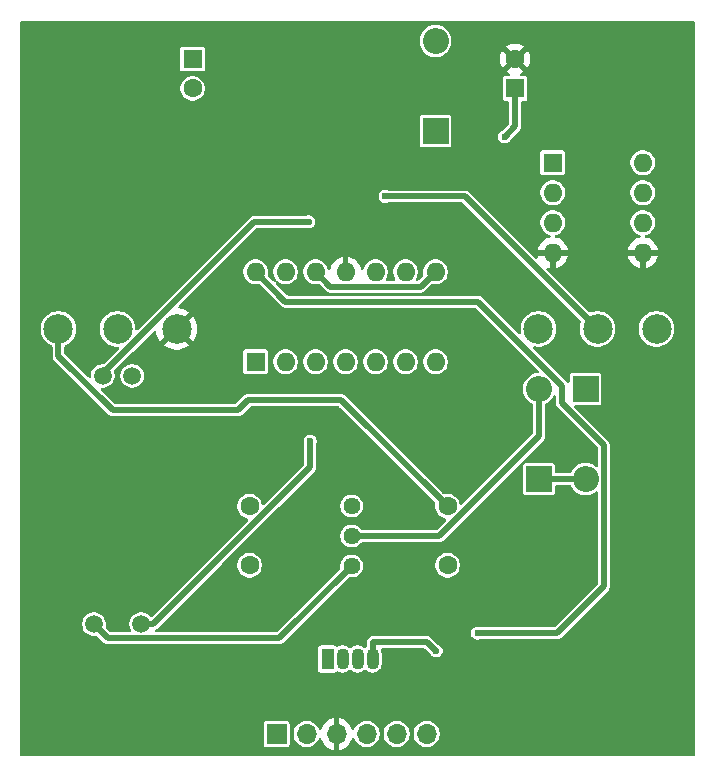
<source format=gbr>
%TF.GenerationSoftware,KiCad,Pcbnew,9.0.0*%
%TF.CreationDate,2025-03-31T20:13:35-04:00*%
%TF.ProjectId,compulator,636f6d70-756c-4617-946f-722e6b696361,rev?*%
%TF.SameCoordinates,Original*%
%TF.FileFunction,Copper,L2,Bot*%
%TF.FilePolarity,Positive*%
%FSLAX46Y46*%
G04 Gerber Fmt 4.6, Leading zero omitted, Abs format (unit mm)*
G04 Created by KiCad (PCBNEW 9.0.0) date 2025-03-31 20:13:35*
%MOMM*%
%LPD*%
G01*
G04 APERTURE LIST*
%TA.AperFunction,ComponentPad*%
%ADD10C,1.440000*%
%TD*%
%TA.AperFunction,ComponentPad*%
%ADD11R,1.600000X1.600000*%
%TD*%
%TA.AperFunction,ComponentPad*%
%ADD12C,1.600000*%
%TD*%
%TA.AperFunction,ComponentPad*%
%ADD13R,2.200000X2.200000*%
%TD*%
%TA.AperFunction,ComponentPad*%
%ADD14O,2.200000X2.200000*%
%TD*%
%TA.AperFunction,ComponentPad*%
%ADD15O,1.600000X1.600000*%
%TD*%
%TA.AperFunction,ComponentPad*%
%ADD16C,1.500000*%
%TD*%
%TA.AperFunction,ComponentPad*%
%ADD17R,1.070000X1.800000*%
%TD*%
%TA.AperFunction,ComponentPad*%
%ADD18O,1.070000X1.800000*%
%TD*%
%TA.AperFunction,ComponentPad*%
%ADD19R,1.700000X1.700000*%
%TD*%
%TA.AperFunction,ComponentPad*%
%ADD20O,1.700000X1.700000*%
%TD*%
%TA.AperFunction,ComponentPad*%
%ADD21C,2.500000*%
%TD*%
%TA.AperFunction,ViaPad*%
%ADD22C,0.600000*%
%TD*%
%TA.AperFunction,Conductor*%
%ADD23C,0.508000*%
%TD*%
G04 APERTURE END LIST*
D10*
%TO.P,P1,1,a*%
%TO.N,VREF*%
X200152000Y-105156000D03*
%TO.P,P1,2,b*%
X200152000Y-102616000D03*
%TO.P,P1,3,c*%
%TO.N,Net-(P1-c)*%
X200152000Y-100076000D03*
%TD*%
D11*
%TO.P,C4,1,+*%
%TO.N,Net-(C3--)*%
X213995000Y-64730000D03*
D12*
%TO.P,C4,2,-*%
%TO.N,GNDA*%
X213995000Y-62230000D03*
%TD*%
D13*
%TO.P,D3,1,K*%
%TO.N,Net-(D3-K)*%
X219964000Y-90170000D03*
D14*
%TO.P,D3,2,A*%
%TO.N,Net-(D3-A)*%
X219964000Y-97790000D03*
%TD*%
D11*
%TO.P,C3,1,+*%
%TO.N,+9V*%
X186690000Y-62230000D03*
D12*
%TO.P,C3,2,-*%
%TO.N,Net-(C3--)*%
X186690000Y-64730000D03*
%TD*%
%TO.P,C5,1,+*%
%TO.N,IN*%
X191516000Y-105096000D03*
%TO.P,C5,2,-*%
%TO.N,Net-(C5--)*%
X191516000Y-100096000D03*
%TD*%
D11*
%TO.P,U4,1*%
%TO.N,Net-(R6--)*%
X192024000Y-87864000D03*
D15*
%TO.P,U4,2,-*%
%TO.N,Net-(R6-+)*%
X194564000Y-87864000D03*
%TO.P,U4,3,+*%
%TO.N,Net-(C5--)*%
X197104000Y-87864000D03*
%TO.P,U4,4,V+*%
%TO.N,+9V*%
X199644000Y-87864000D03*
%TO.P,U4,5,+*%
%TO.N,Net-(R8--)*%
X202184000Y-87864000D03*
%TO.P,U4,6,-*%
%TO.N,Net-(P1-c)*%
X204724000Y-87864000D03*
%TO.P,U4,7*%
%TO.N,Net-(R10-+)*%
X207264000Y-87864000D03*
%TO.P,U4,8*%
%TO.N,Net-(R13--)*%
X207264000Y-80244000D03*
%TO.P,U4,9,-*%
%TO.N,Net-(R14--)*%
X204724000Y-80244000D03*
%TO.P,U4,10,+*%
%TO.N,Net-(R12-+)*%
X202184000Y-80244000D03*
%TO.P,U4,11,V-*%
%TO.N,GNDA*%
X199644000Y-80244000D03*
%TO.P,U4,12,+*%
%TO.N,Net-(R13--)*%
X197104000Y-80244000D03*
%TO.P,U4,13,-*%
%TO.N,Net-(R18--)*%
X194564000Y-80244000D03*
%TO.P,U4,14*%
%TO.N,Net-(R1-+)*%
X192024000Y-80244000D03*
%TD*%
D11*
%TO.P,U1,1*%
%TO.N,VREF*%
X217180000Y-71003000D03*
D15*
%TO.P,U1,2,-*%
X217180000Y-73543000D03*
%TO.P,U1,3,+*%
%TO.N,Net-(C3--)*%
X217180000Y-76083000D03*
%TO.P,U1,4,V-*%
%TO.N,GNDA*%
X217180000Y-78623000D03*
%TO.P,U1,5,+*%
X224800000Y-78623000D03*
%TO.P,U1,6,-*%
%TO.N,Net-(U1B--)*%
X224800000Y-76083000D03*
%TO.P,U1,7*%
X224800000Y-73543000D03*
%TO.P,U1,8,V+*%
%TO.N,+9V*%
X224800000Y-71003000D03*
%TD*%
D12*
%TO.P,C6,1,+*%
%TO.N,Net-(C6-+)*%
X208280000Y-105096000D03*
%TO.P,C6,2,-*%
%TO.N,Net-(C6--)*%
X208280000Y-100096000D03*
%TD*%
D16*
%TO.P,LDR1,1*%
%TO.N,Net-(R7--)*%
X182340000Y-110068000D03*
%TO.P,LDR1,2*%
%TO.N,VREF*%
X178340000Y-110068000D03*
%TO.P,LDR1,3*%
X181590000Y-89068000D03*
%TO.P,LDR1,4*%
%TO.N,Net-(R13-+)*%
X179090000Y-89068000D03*
%TD*%
D13*
%TO.P,D1,1,K*%
%TO.N,+9V*%
X207264000Y-68326000D03*
D14*
%TO.P,D1,2,A*%
%TO.N,Net-(D1-A)*%
X207264000Y-60706000D03*
%TD*%
D13*
%TO.P,D4,1,K*%
%TO.N,Net-(D3-A)*%
X216024000Y-97790000D03*
D14*
%TO.P,D4,2,A*%
%TO.N,VREF*%
X216024000Y-90170000D03*
%TD*%
D17*
%TO.P,D2,1,RA*%
%TO.N,Net-(D2-RA)*%
X198120000Y-113030000D03*
D18*
%TO.P,D2,2,K*%
%TO.N,LED*%
X199390000Y-113030000D03*
%TO.P,D2,3,GA*%
%TO.N,unconnected-(D2-GA-Pad3)*%
X200660000Y-113030000D03*
%TO.P,D2,4,BA*%
%TO.N,Net-(D2-BA)*%
X201930000Y-113030000D03*
%TD*%
D19*
%TO.P,J4,1,Pin_1*%
%TO.N,J-IN*%
X193802000Y-119380000D03*
D20*
%TO.P,J4,2,Pin_2*%
%TO.N,IN*%
X196342000Y-119380000D03*
%TO.P,J4,3,Pin_3*%
%TO.N,GNDA*%
X198882000Y-119380000D03*
%TO.P,J4,4,Pin_4*%
%TO.N,LED*%
X201422000Y-119380000D03*
%TO.P,J4,5,Pin_5*%
%TO.N,OUT*%
X203962000Y-119380000D03*
%TO.P,J4,6,Pin_6*%
%TO.N,J-OUT*%
X206502000Y-119380000D03*
%TD*%
D21*
%TO.P,COMP1,1,1*%
%TO.N,VREF*%
X225980000Y-85080000D03*
%TO.P,COMP1,2,2*%
%TO.N,Net-(R12--)*%
X220980000Y-85080000D03*
%TO.P,COMP1,3,3*%
%TO.N,Net-(R10--)*%
X215980000Y-85080000D03*
%TD*%
%TO.P,LEVEL1,1,1*%
%TO.N,GNDA*%
X185340000Y-85080000D03*
%TO.P,LEVEL1,2,2*%
%TO.N,OUT*%
X180340000Y-85080000D03*
%TO.P,LEVEL1,3,3*%
%TO.N,Net-(C6--)*%
X175340000Y-85080000D03*
%TD*%
D22*
%TO.N,Net-(C3--)*%
X213106000Y-68834000D03*
%TO.N,GNDA*%
X219095698Y-76065000D03*
X224095698Y-96065000D03*
X189095698Y-86065000D03*
X209095698Y-96065000D03*
X214095698Y-101065000D03*
X174095698Y-101065000D03*
X219095698Y-106065000D03*
X224095698Y-106065000D03*
X174095698Y-111065000D03*
X189095698Y-91065000D03*
X199095698Y-61065000D03*
X179095698Y-76065000D03*
X179095698Y-116065000D03*
X184095698Y-116065000D03*
X189095698Y-101065000D03*
X184095698Y-81065000D03*
X174095698Y-96065000D03*
X219095698Y-111065000D03*
X204095698Y-106065000D03*
X194095698Y-116065000D03*
X179095698Y-66065000D03*
X214095698Y-91065000D03*
X184095698Y-61065000D03*
X219095698Y-96065000D03*
X224095698Y-81065000D03*
X174095698Y-116065000D03*
X194095698Y-106065000D03*
X224095698Y-86065000D03*
X219095698Y-61065000D03*
X189095698Y-61065000D03*
X204095698Y-101065000D03*
X209095698Y-81065000D03*
X209095698Y-91065000D03*
X174095698Y-106065000D03*
X188595000Y-81915000D03*
X179095698Y-101065000D03*
X179095698Y-106065000D03*
X219095698Y-66065000D03*
X209095698Y-61065000D03*
X174095698Y-76065000D03*
X224095698Y-116065000D03*
X214095698Y-116065000D03*
X184095698Y-71065000D03*
X224095698Y-61065000D03*
X199095698Y-96065000D03*
X189095698Y-66065000D03*
X209095698Y-116065000D03*
X174095698Y-91065000D03*
X224095698Y-91065000D03*
X174095698Y-71065000D03*
X174095698Y-81065000D03*
X189095698Y-96065000D03*
X204095698Y-86065000D03*
X174095698Y-66065000D03*
X199095698Y-116065000D03*
X194095698Y-86065000D03*
X209095698Y-66065000D03*
X194095698Y-61065000D03*
X194095698Y-101065000D03*
X224095698Y-101065000D03*
X179095698Y-81065000D03*
X214095698Y-106065000D03*
X209095698Y-86065000D03*
X179095698Y-96065000D03*
X189095698Y-106065000D03*
X219095698Y-101065000D03*
%TO.N,Net-(R7--)*%
X196672300Y-94603800D03*
%TO.N,Net-(R12--)*%
X203008200Y-73871900D03*
%TO.N,Net-(R13-+)*%
X196540800Y-76026800D03*
%TO.N,Net-(R1-+)*%
X210820000Y-110847500D03*
%TO.N,Net-(D2-BA)*%
X207304500Y-112347200D03*
%TD*%
D23*
%TO.N,Net-(C3--)*%
X213995000Y-67945000D02*
X213106000Y-68834000D01*
X213995000Y-64730000D02*
X213995000Y-67945000D01*
%TO.N,Net-(C6--)*%
X175340000Y-87365357D02*
X175340000Y-85080000D01*
X199299000Y-91115000D02*
X191375000Y-91115000D01*
X179922643Y-91948000D02*
X175340000Y-87365357D01*
X191375000Y-91115000D02*
X190542000Y-91948000D01*
X208280000Y-100096000D02*
X199299000Y-91115000D01*
X190542000Y-91948000D02*
X179922643Y-91948000D01*
%TO.N,Net-(D3-A)*%
X219964000Y-97790000D02*
X216024000Y-97790000D01*
%TO.N,VREF*%
X207547300Y-102616000D02*
X200152000Y-102616000D01*
X216024000Y-94139300D02*
X207547300Y-102616000D01*
X194034200Y-111273800D02*
X200152000Y-105156000D01*
X178340000Y-110068000D02*
X179545800Y-111273800D01*
X179545800Y-111273800D02*
X194034200Y-111273800D01*
X216024000Y-90170000D02*
X216024000Y-94139300D01*
%TO.N,Net-(R7--)*%
X196672300Y-96775100D02*
X196672300Y-94603800D01*
X182340000Y-110068000D02*
X183379400Y-110068000D01*
X183379400Y-110068000D02*
X196672300Y-96775100D01*
%TO.N,Net-(R12--)*%
X209771900Y-73871900D02*
X220980000Y-85080000D01*
X203008200Y-73871900D02*
X209771900Y-73871900D01*
%TO.N,Net-(R13--)*%
X207264000Y-80244000D02*
X206001900Y-81506100D01*
X198366100Y-81506100D02*
X197104000Y-80244000D01*
X206001900Y-81506100D02*
X198366100Y-81506100D01*
%TO.N,Net-(R13-+)*%
X179090000Y-88853500D02*
X191916700Y-76026800D01*
X179090000Y-89068000D02*
X179090000Y-88853500D01*
X191916700Y-76026800D02*
X196540800Y-76026800D01*
%TO.N,Net-(R1-+)*%
X221519700Y-106864300D02*
X221519700Y-94940500D01*
X217975500Y-91396300D02*
X217975500Y-89895700D01*
X194548200Y-82768200D02*
X192024000Y-80244000D01*
X221519700Y-94940500D02*
X217975500Y-91396300D01*
X210848000Y-82768200D02*
X194548200Y-82768200D01*
X210820000Y-110847500D02*
X217536500Y-110847500D01*
X217975500Y-89895700D02*
X210848000Y-82768200D01*
X217536500Y-110847500D02*
X221519700Y-106864300D01*
%TO.N,Net-(D2-BA)*%
X201930000Y-111622000D02*
X201930000Y-113030000D01*
X206579300Y-111622000D02*
X201930000Y-111622000D01*
X207304500Y-112347200D02*
X206579300Y-111622000D01*
%TD*%
%TA.AperFunction,Conductor*%
%TO.N,GNDA*%
G36*
X229178039Y-59074685D02*
G01*
X229223794Y-59127489D01*
X229235000Y-59179000D01*
X229235000Y-121161000D01*
X229215315Y-121228039D01*
X229162511Y-121273794D01*
X229111000Y-121285000D01*
X172209000Y-121285000D01*
X172141961Y-121265315D01*
X172096206Y-121212511D01*
X172085000Y-121161000D01*
X172085000Y-118505321D01*
X192701500Y-118505321D01*
X192701500Y-120254678D01*
X192716032Y-120327735D01*
X192716033Y-120327739D01*
X192716034Y-120327740D01*
X192771399Y-120410601D01*
X192854260Y-120465966D01*
X192854264Y-120465967D01*
X192927321Y-120480499D01*
X192927324Y-120480500D01*
X192927326Y-120480500D01*
X194676676Y-120480500D01*
X194676677Y-120480499D01*
X194749740Y-120465966D01*
X194832601Y-120410601D01*
X194887966Y-120327740D01*
X194902500Y-120254674D01*
X194902500Y-119293389D01*
X195241500Y-119293389D01*
X195241500Y-119466611D01*
X195268598Y-119637701D01*
X195322127Y-119802445D01*
X195400768Y-119956788D01*
X195502586Y-120096928D01*
X195625072Y-120219414D01*
X195765212Y-120321232D01*
X195919555Y-120399873D01*
X196084299Y-120453402D01*
X196255389Y-120480500D01*
X196255390Y-120480500D01*
X196428610Y-120480500D01*
X196428611Y-120480500D01*
X196599701Y-120453402D01*
X196764445Y-120399873D01*
X196918788Y-120321232D01*
X197058928Y-120219414D01*
X197181414Y-120096928D01*
X197283232Y-119956788D01*
X197361873Y-119802445D01*
X197362896Y-119799294D01*
X197363610Y-119798250D01*
X197363734Y-119797952D01*
X197363796Y-119797977D01*
X197402327Y-119741618D01*
X197466683Y-119714415D01*
X197535530Y-119726323D01*
X197587011Y-119773562D01*
X197598760Y-119799287D01*
X197630904Y-119898217D01*
X197727379Y-120087557D01*
X197852272Y-120259459D01*
X197852276Y-120259464D01*
X198002535Y-120409723D01*
X198002540Y-120409727D01*
X198174442Y-120534620D01*
X198363782Y-120631095D01*
X198565871Y-120696757D01*
X198632000Y-120707231D01*
X198632000Y-119813012D01*
X198689007Y-119845925D01*
X198816174Y-119880000D01*
X198947826Y-119880000D01*
X199074993Y-119845925D01*
X199132000Y-119813012D01*
X199132000Y-120707230D01*
X199198126Y-120696757D01*
X199198129Y-120696757D01*
X199400217Y-120631095D01*
X199589557Y-120534620D01*
X199761459Y-120409727D01*
X199761464Y-120409723D01*
X199911723Y-120259464D01*
X199911727Y-120259459D01*
X200036620Y-120087557D01*
X200133096Y-119898215D01*
X200165239Y-119799288D01*
X200204676Y-119741612D01*
X200269034Y-119714413D01*
X200337880Y-119726327D01*
X200389357Y-119773571D01*
X200401100Y-119799284D01*
X200402127Y-119802446D01*
X200424281Y-119845925D01*
X200480768Y-119956788D01*
X200582586Y-120096928D01*
X200705072Y-120219414D01*
X200845212Y-120321232D01*
X200999555Y-120399873D01*
X201164299Y-120453402D01*
X201335389Y-120480500D01*
X201335390Y-120480500D01*
X201508610Y-120480500D01*
X201508611Y-120480500D01*
X201679701Y-120453402D01*
X201844445Y-120399873D01*
X201998788Y-120321232D01*
X202138928Y-120219414D01*
X202261414Y-120096928D01*
X202363232Y-119956788D01*
X202441873Y-119802445D01*
X202495402Y-119637701D01*
X202522500Y-119466611D01*
X202522500Y-119293389D01*
X202861500Y-119293389D01*
X202861500Y-119466611D01*
X202888598Y-119637701D01*
X202942127Y-119802445D01*
X203020768Y-119956788D01*
X203122586Y-120096928D01*
X203245072Y-120219414D01*
X203385212Y-120321232D01*
X203539555Y-120399873D01*
X203704299Y-120453402D01*
X203875389Y-120480500D01*
X203875390Y-120480500D01*
X204048610Y-120480500D01*
X204048611Y-120480500D01*
X204219701Y-120453402D01*
X204384445Y-120399873D01*
X204538788Y-120321232D01*
X204678928Y-120219414D01*
X204801414Y-120096928D01*
X204903232Y-119956788D01*
X204981873Y-119802445D01*
X205035402Y-119637701D01*
X205062500Y-119466611D01*
X205062500Y-119293389D01*
X205401500Y-119293389D01*
X205401500Y-119466611D01*
X205428598Y-119637701D01*
X205482127Y-119802445D01*
X205560768Y-119956788D01*
X205662586Y-120096928D01*
X205785072Y-120219414D01*
X205925212Y-120321232D01*
X206079555Y-120399873D01*
X206244299Y-120453402D01*
X206415389Y-120480500D01*
X206415390Y-120480500D01*
X206588610Y-120480500D01*
X206588611Y-120480500D01*
X206759701Y-120453402D01*
X206924445Y-120399873D01*
X207078788Y-120321232D01*
X207218928Y-120219414D01*
X207341414Y-120096928D01*
X207443232Y-119956788D01*
X207521873Y-119802445D01*
X207575402Y-119637701D01*
X207602500Y-119466611D01*
X207602500Y-119293389D01*
X207575402Y-119122299D01*
X207521873Y-118957555D01*
X207443232Y-118803212D01*
X207341414Y-118663072D01*
X207218928Y-118540586D01*
X207078788Y-118438768D01*
X206924445Y-118360127D01*
X206759701Y-118306598D01*
X206759699Y-118306597D01*
X206759698Y-118306597D01*
X206628271Y-118285781D01*
X206588611Y-118279500D01*
X206415389Y-118279500D01*
X206375728Y-118285781D01*
X206244302Y-118306597D01*
X206079552Y-118360128D01*
X205925211Y-118438768D01*
X205845256Y-118496859D01*
X205785072Y-118540586D01*
X205785070Y-118540588D01*
X205785069Y-118540588D01*
X205662588Y-118663069D01*
X205662588Y-118663070D01*
X205662586Y-118663072D01*
X205618859Y-118723256D01*
X205560768Y-118803211D01*
X205482128Y-118957552D01*
X205428597Y-119122302D01*
X205418349Y-119187007D01*
X205401500Y-119293389D01*
X205062500Y-119293389D01*
X205035402Y-119122299D01*
X204981873Y-118957555D01*
X204903232Y-118803212D01*
X204801414Y-118663072D01*
X204678928Y-118540586D01*
X204538788Y-118438768D01*
X204384445Y-118360127D01*
X204219701Y-118306598D01*
X204219699Y-118306597D01*
X204219698Y-118306597D01*
X204088271Y-118285781D01*
X204048611Y-118279500D01*
X203875389Y-118279500D01*
X203835728Y-118285781D01*
X203704302Y-118306597D01*
X203539552Y-118360128D01*
X203385211Y-118438768D01*
X203305256Y-118496859D01*
X203245072Y-118540586D01*
X203245070Y-118540588D01*
X203245069Y-118540588D01*
X203122588Y-118663069D01*
X203122588Y-118663070D01*
X203122586Y-118663072D01*
X203078859Y-118723256D01*
X203020768Y-118803211D01*
X202942128Y-118957552D01*
X202888597Y-119122302D01*
X202878349Y-119187007D01*
X202861500Y-119293389D01*
X202522500Y-119293389D01*
X202495402Y-119122299D01*
X202441873Y-118957555D01*
X202363232Y-118803212D01*
X202261414Y-118663072D01*
X202138928Y-118540586D01*
X201998788Y-118438768D01*
X201844445Y-118360127D01*
X201679701Y-118306598D01*
X201679699Y-118306597D01*
X201679698Y-118306597D01*
X201548271Y-118285781D01*
X201508611Y-118279500D01*
X201335389Y-118279500D01*
X201295728Y-118285781D01*
X201164302Y-118306597D01*
X200999552Y-118360128D01*
X200845211Y-118438768D01*
X200765256Y-118496859D01*
X200705072Y-118540586D01*
X200705070Y-118540588D01*
X200705069Y-118540588D01*
X200582588Y-118663069D01*
X200582588Y-118663070D01*
X200582586Y-118663072D01*
X200538859Y-118723256D01*
X200480768Y-118803211D01*
X200402128Y-118957550D01*
X200401487Y-118959522D01*
X200401102Y-118960712D01*
X200401099Y-118960720D01*
X200400381Y-118961769D01*
X200400266Y-118962048D01*
X200400207Y-118962023D01*
X200361657Y-119018393D01*
X200297297Y-119045587D01*
X200228451Y-119033668D01*
X200176979Y-118986420D01*
X200165239Y-118960711D01*
X200133096Y-118861784D01*
X200036620Y-118672442D01*
X199911727Y-118500540D01*
X199911723Y-118500535D01*
X199761464Y-118350276D01*
X199761459Y-118350272D01*
X199589557Y-118225379D01*
X199400215Y-118128903D01*
X199198124Y-118063241D01*
X199132000Y-118052768D01*
X199132000Y-118946988D01*
X199074993Y-118914075D01*
X198947826Y-118880000D01*
X198816174Y-118880000D01*
X198689007Y-118914075D01*
X198632000Y-118946988D01*
X198632000Y-118052768D01*
X198631999Y-118052768D01*
X198565875Y-118063241D01*
X198363784Y-118128903D01*
X198174442Y-118225379D01*
X198002540Y-118350272D01*
X198002535Y-118350276D01*
X197852276Y-118500535D01*
X197852272Y-118500540D01*
X197727379Y-118672442D01*
X197630904Y-118861783D01*
X197598760Y-118960712D01*
X197559322Y-119018388D01*
X197494964Y-119045586D01*
X197426117Y-119033671D01*
X197374642Y-118986427D01*
X197362898Y-118960711D01*
X197361873Y-118957555D01*
X197283232Y-118803212D01*
X197181414Y-118663072D01*
X197058928Y-118540586D01*
X196918788Y-118438768D01*
X196764445Y-118360127D01*
X196599701Y-118306598D01*
X196599699Y-118306597D01*
X196599698Y-118306597D01*
X196468271Y-118285781D01*
X196428611Y-118279500D01*
X196255389Y-118279500D01*
X196215728Y-118285781D01*
X196084302Y-118306597D01*
X195919552Y-118360128D01*
X195765211Y-118438768D01*
X195685256Y-118496859D01*
X195625072Y-118540586D01*
X195625070Y-118540588D01*
X195625069Y-118540588D01*
X195502588Y-118663069D01*
X195502588Y-118663070D01*
X195502586Y-118663072D01*
X195458859Y-118723256D01*
X195400768Y-118803211D01*
X195322128Y-118957552D01*
X195268597Y-119122302D01*
X195258349Y-119187007D01*
X195241500Y-119293389D01*
X194902500Y-119293389D01*
X194902500Y-118505326D01*
X194902500Y-118505323D01*
X194902499Y-118505321D01*
X194887967Y-118432264D01*
X194887966Y-118432260D01*
X194832601Y-118349399D01*
X194749740Y-118294034D01*
X194749739Y-118294033D01*
X194749735Y-118294032D01*
X194676677Y-118279500D01*
X194676674Y-118279500D01*
X192927326Y-118279500D01*
X192927323Y-118279500D01*
X192854264Y-118294032D01*
X192854260Y-118294033D01*
X192771399Y-118349399D01*
X192716033Y-118432260D01*
X192716032Y-118432264D01*
X192701500Y-118505321D01*
X172085000Y-118505321D01*
X172085000Y-112105321D01*
X197334500Y-112105321D01*
X197334500Y-113954678D01*
X197349032Y-114027735D01*
X197349033Y-114027739D01*
X197349034Y-114027740D01*
X197404399Y-114110601D01*
X197487260Y-114165966D01*
X197487264Y-114165967D01*
X197560321Y-114180499D01*
X197560324Y-114180500D01*
X197560326Y-114180500D01*
X198679676Y-114180500D01*
X198679677Y-114180499D01*
X198752740Y-114165966D01*
X198835601Y-114110601D01*
X198835603Y-114110597D01*
X198844237Y-114101965D01*
X198846308Y-114104036D01*
X198885597Y-114071197D01*
X198954922Y-114062484D01*
X199003984Y-114081785D01*
X199017926Y-114091101D01*
X199160878Y-114150314D01*
X199312630Y-114180499D01*
X199312634Y-114180500D01*
X199312635Y-114180500D01*
X199467366Y-114180500D01*
X199467367Y-114180499D01*
X199619122Y-114150314D01*
X199762074Y-114091101D01*
X199890727Y-114005138D01*
X199890730Y-114005135D01*
X199937319Y-113958547D01*
X199998642Y-113925062D01*
X200068334Y-113930046D01*
X200112681Y-113958547D01*
X200159269Y-114005135D01*
X200159273Y-114005138D01*
X200287919Y-114091097D01*
X200287925Y-114091100D01*
X200287926Y-114091101D01*
X200430878Y-114150314D01*
X200582630Y-114180499D01*
X200582634Y-114180500D01*
X200582635Y-114180500D01*
X200737366Y-114180500D01*
X200737367Y-114180499D01*
X200889122Y-114150314D01*
X201032074Y-114091101D01*
X201160727Y-114005138D01*
X201160730Y-114005135D01*
X201207319Y-113958547D01*
X201268642Y-113925062D01*
X201338334Y-113930046D01*
X201382681Y-113958547D01*
X201429269Y-114005135D01*
X201429273Y-114005138D01*
X201557919Y-114091097D01*
X201557925Y-114091100D01*
X201557926Y-114091101D01*
X201700878Y-114150314D01*
X201852630Y-114180499D01*
X201852634Y-114180500D01*
X201852635Y-114180500D01*
X202007366Y-114180500D01*
X202007367Y-114180499D01*
X202159122Y-114150314D01*
X202302074Y-114091101D01*
X202430727Y-114005138D01*
X202540138Y-113895727D01*
X202626101Y-113767074D01*
X202685314Y-113624122D01*
X202715500Y-113472365D01*
X202715500Y-112587635D01*
X202685314Y-112435878D01*
X202628182Y-112297952D01*
X202620714Y-112228484D01*
X202651989Y-112166004D01*
X202712078Y-112130352D01*
X202742744Y-112126500D01*
X206318967Y-112126500D01*
X206386006Y-112146185D01*
X206406648Y-112162819D01*
X206765589Y-112521760D01*
X206786569Y-112553156D01*
X206787452Y-112552647D01*
X206863988Y-112685211D01*
X206863990Y-112685213D01*
X206863991Y-112685215D01*
X206966485Y-112787709D01*
X206966486Y-112787710D01*
X206966488Y-112787711D01*
X207092011Y-112860182D01*
X207092012Y-112860182D01*
X207092015Y-112860184D01*
X207232025Y-112897700D01*
X207232028Y-112897700D01*
X207376972Y-112897700D01*
X207376975Y-112897700D01*
X207516985Y-112860184D01*
X207642515Y-112787709D01*
X207745009Y-112685215D01*
X207817484Y-112559685D01*
X207855000Y-112419675D01*
X207855000Y-112274725D01*
X207817484Y-112134715D01*
X207814735Y-112129954D01*
X207745011Y-112009188D01*
X207745006Y-112009182D01*
X207642517Y-111906693D01*
X207642511Y-111906688D01*
X207509947Y-111830152D01*
X207510456Y-111829269D01*
X207479060Y-111808289D01*
X206889071Y-111218300D01*
X206889070Y-111218299D01*
X206801914Y-111167980D01*
X206774030Y-111151881D01*
X206645719Y-111117500D01*
X201996419Y-111117500D01*
X201863581Y-111117500D01*
X201735270Y-111151881D01*
X201735268Y-111151881D01*
X201735268Y-111151882D01*
X201620230Y-111218300D01*
X201620227Y-111218302D01*
X201526302Y-111312227D01*
X201526300Y-111312230D01*
X201459881Y-111427270D01*
X201425500Y-111555581D01*
X201425500Y-111555583D01*
X201425500Y-112007272D01*
X201416855Y-112036712D01*
X201410332Y-112066699D01*
X201406577Y-112071714D01*
X201405815Y-112074311D01*
X201389181Y-112094953D01*
X201382681Y-112101453D01*
X201321358Y-112134938D01*
X201251666Y-112129954D01*
X201207319Y-112101453D01*
X201160730Y-112054864D01*
X201160726Y-112054861D01*
X201032080Y-111968902D01*
X201032071Y-111968897D01*
X200889122Y-111909686D01*
X200889114Y-111909684D01*
X200737369Y-111879500D01*
X200737365Y-111879500D01*
X200582635Y-111879500D01*
X200582630Y-111879500D01*
X200430885Y-111909684D01*
X200430877Y-111909686D01*
X200287928Y-111968897D01*
X200287919Y-111968902D01*
X200159273Y-112054861D01*
X200159269Y-112054864D01*
X200112681Y-112101453D01*
X200051358Y-112134938D01*
X199981666Y-112129954D01*
X199937319Y-112101453D01*
X199890730Y-112054864D01*
X199890726Y-112054861D01*
X199762080Y-111968902D01*
X199762071Y-111968897D01*
X199619122Y-111909686D01*
X199619114Y-111909684D01*
X199467369Y-111879500D01*
X199467365Y-111879500D01*
X199312635Y-111879500D01*
X199312630Y-111879500D01*
X199160885Y-111909684D01*
X199160877Y-111909686D01*
X199017925Y-111968898D01*
X199003984Y-111978214D01*
X198937306Y-111999090D01*
X198869926Y-111980604D01*
X198845366Y-111956905D01*
X198844237Y-111958035D01*
X198835603Y-111949401D01*
X198835601Y-111949400D01*
X198835601Y-111949399D01*
X198771683Y-111906691D01*
X198752739Y-111894033D01*
X198752735Y-111894032D01*
X198679677Y-111879500D01*
X198679674Y-111879500D01*
X197560326Y-111879500D01*
X197560323Y-111879500D01*
X197487264Y-111894032D01*
X197487260Y-111894033D01*
X197404399Y-111949399D01*
X197349033Y-112032260D01*
X197349032Y-112032264D01*
X197334500Y-112105321D01*
X172085000Y-112105321D01*
X172085000Y-110166543D01*
X177339499Y-110166543D01*
X177377947Y-110359829D01*
X177377950Y-110359839D01*
X177453364Y-110541907D01*
X177453371Y-110541920D01*
X177562860Y-110705781D01*
X177562863Y-110705785D01*
X177702214Y-110845136D01*
X177702218Y-110845139D01*
X177866079Y-110954628D01*
X177866092Y-110954635D01*
X178048160Y-111030049D01*
X178048165Y-111030051D01*
X178048169Y-111030051D01*
X178048170Y-111030052D01*
X178241456Y-111068500D01*
X178241459Y-111068500D01*
X178438542Y-111068500D01*
X178530750Y-111050158D01*
X178600341Y-111056385D01*
X178642623Y-111084094D01*
X179236030Y-111677501D01*
X179308962Y-111719608D01*
X179351070Y-111743919D01*
X179479381Y-111778300D01*
X179479382Y-111778300D01*
X179479384Y-111778300D01*
X194100616Y-111778300D01*
X194100619Y-111778300D01*
X194228930Y-111743919D01*
X194271037Y-111719608D01*
X194343970Y-111677501D01*
X199874890Y-106146579D01*
X199936211Y-106113096D01*
X199986761Y-106112645D01*
X200056412Y-106126500D01*
X200056414Y-106126500D01*
X200247588Y-106126500D01*
X200382247Y-106099714D01*
X200435084Y-106089204D01*
X200523394Y-106052625D01*
X200611700Y-106016048D01*
X200611701Y-106016047D01*
X200611704Y-106016046D01*
X200770658Y-105909837D01*
X200905837Y-105774658D01*
X201012046Y-105615704D01*
X201021204Y-105593596D01*
X201085202Y-105439088D01*
X201085204Y-105439084D01*
X201122500Y-105251586D01*
X201122500Y-105060414D01*
X201122500Y-105060411D01*
X201122499Y-105060409D01*
X201112599Y-105010634D01*
X201108998Y-104992530D01*
X207229500Y-104992530D01*
X207229500Y-105199469D01*
X207269868Y-105402412D01*
X207269870Y-105402420D01*
X207349058Y-105593596D01*
X207464024Y-105765657D01*
X207610342Y-105911975D01*
X207610345Y-105911977D01*
X207782402Y-106026941D01*
X207973580Y-106106130D01*
X208176530Y-106146499D01*
X208176534Y-106146500D01*
X208176535Y-106146500D01*
X208383466Y-106146500D01*
X208383467Y-106146499D01*
X208586420Y-106106130D01*
X208777598Y-106026941D01*
X208949655Y-105911977D01*
X209095977Y-105765655D01*
X209210941Y-105593598D01*
X209290130Y-105402420D01*
X209330500Y-105199465D01*
X209330500Y-104992535D01*
X209290130Y-104789580D01*
X209210941Y-104598402D01*
X209095977Y-104426345D01*
X209095975Y-104426342D01*
X208949657Y-104280024D01*
X208808190Y-104185500D01*
X208777598Y-104165059D01*
X208586420Y-104085870D01*
X208586412Y-104085868D01*
X208383469Y-104045500D01*
X208383465Y-104045500D01*
X208176535Y-104045500D01*
X208176530Y-104045500D01*
X207973587Y-104085868D01*
X207973579Y-104085870D01*
X207782403Y-104165058D01*
X207610342Y-104280024D01*
X207464024Y-104426342D01*
X207349058Y-104598403D01*
X207269870Y-104789579D01*
X207269868Y-104789587D01*
X207229500Y-104992530D01*
X201108998Y-104992530D01*
X201085205Y-104872921D01*
X201085204Y-104872920D01*
X201085204Y-104872916D01*
X201085202Y-104872911D01*
X201012048Y-104696299D01*
X200905835Y-104537339D01*
X200770660Y-104402164D01*
X200611700Y-104295951D01*
X200435088Y-104222797D01*
X200435078Y-104222794D01*
X200247588Y-104185500D01*
X200247586Y-104185500D01*
X200056414Y-104185500D01*
X200056412Y-104185500D01*
X199868921Y-104222794D01*
X199868911Y-104222797D01*
X199692299Y-104295951D01*
X199533339Y-104402164D01*
X199398164Y-104537339D01*
X199291951Y-104696299D01*
X199218797Y-104872911D01*
X199218794Y-104872921D01*
X199181500Y-105060411D01*
X199181500Y-105060414D01*
X199181500Y-105251586D01*
X199181500Y-105251588D01*
X199181499Y-105251588D01*
X199195354Y-105321236D01*
X199189127Y-105390828D01*
X199161418Y-105433109D01*
X193861548Y-110732981D01*
X193800225Y-110766466D01*
X193773867Y-110769300D01*
X183636488Y-110769300D01*
X183633559Y-110768440D01*
X183630592Y-110769160D01*
X183600241Y-110758656D01*
X183569449Y-110749615D01*
X183567450Y-110747309D01*
X183564564Y-110746310D01*
X183544707Y-110721061D01*
X183523694Y-110696811D01*
X183523259Y-110693790D01*
X183521372Y-110691390D01*
X183518318Y-110659428D01*
X183513750Y-110627653D01*
X183515018Y-110624875D01*
X183514728Y-110621837D01*
X183529437Y-110593301D01*
X183542775Y-110564097D01*
X183545765Y-110561628D01*
X183546742Y-110559733D01*
X183574487Y-110537913D01*
X183579591Y-110534965D01*
X183623725Y-110509485D01*
X183689170Y-110471701D01*
X189168341Y-104992530D01*
X190465500Y-104992530D01*
X190465500Y-105199469D01*
X190505868Y-105402412D01*
X190505870Y-105402420D01*
X190585058Y-105593596D01*
X190700024Y-105765657D01*
X190846342Y-105911975D01*
X190846345Y-105911977D01*
X191018402Y-106026941D01*
X191209580Y-106106130D01*
X191412530Y-106146499D01*
X191412534Y-106146500D01*
X191412535Y-106146500D01*
X191619466Y-106146500D01*
X191619467Y-106146499D01*
X191822420Y-106106130D01*
X192013598Y-106026941D01*
X192185655Y-105911977D01*
X192331977Y-105765655D01*
X192446941Y-105593598D01*
X192526130Y-105402420D01*
X192566500Y-105199465D01*
X192566500Y-104992535D01*
X192526130Y-104789580D01*
X192446941Y-104598402D01*
X192331977Y-104426345D01*
X192331975Y-104426342D01*
X192185657Y-104280024D01*
X192044190Y-104185500D01*
X192013598Y-104165059D01*
X191822420Y-104085870D01*
X191822412Y-104085868D01*
X191619469Y-104045500D01*
X191619465Y-104045500D01*
X191412535Y-104045500D01*
X191412530Y-104045500D01*
X191209587Y-104085868D01*
X191209579Y-104085870D01*
X191018403Y-104165058D01*
X190846342Y-104280024D01*
X190700024Y-104426342D01*
X190585058Y-104598403D01*
X190505870Y-104789579D01*
X190505868Y-104789587D01*
X190465500Y-104992530D01*
X189168341Y-104992530D01*
X190574371Y-103586500D01*
X193989282Y-100171588D01*
X199181499Y-100171588D01*
X199218794Y-100359078D01*
X199218797Y-100359088D01*
X199291951Y-100535700D01*
X199398164Y-100694660D01*
X199533339Y-100829835D01*
X199692299Y-100936048D01*
X199868911Y-101009202D01*
X199868916Y-101009204D01*
X199868920Y-101009204D01*
X199868921Y-101009205D01*
X200056411Y-101046500D01*
X200056414Y-101046500D01*
X200247588Y-101046500D01*
X200373729Y-101021408D01*
X200435084Y-101009204D01*
X200523394Y-100972625D01*
X200611700Y-100936048D01*
X200611701Y-100936047D01*
X200611704Y-100936046D01*
X200770658Y-100829837D01*
X200905837Y-100694658D01*
X201012046Y-100535704D01*
X201085204Y-100359084D01*
X201116954Y-100199469D01*
X201122500Y-100171588D01*
X201122500Y-99980411D01*
X201085205Y-99792921D01*
X201085204Y-99792920D01*
X201085204Y-99792916D01*
X201083822Y-99789579D01*
X201012048Y-99616299D01*
X200905835Y-99457339D01*
X200770660Y-99322164D01*
X200611700Y-99215951D01*
X200435088Y-99142797D01*
X200435078Y-99142794D01*
X200247588Y-99105500D01*
X200247586Y-99105500D01*
X200056414Y-99105500D01*
X200056412Y-99105500D01*
X199868921Y-99142794D01*
X199868911Y-99142797D01*
X199692299Y-99215951D01*
X199533339Y-99322164D01*
X199398164Y-99457339D01*
X199291951Y-99616299D01*
X199218797Y-99792911D01*
X199218794Y-99792921D01*
X199181500Y-99980411D01*
X199181500Y-99980414D01*
X199181500Y-100171586D01*
X199181500Y-100171588D01*
X199181499Y-100171588D01*
X193989282Y-100171588D01*
X194274229Y-99886641D01*
X195663054Y-98497816D01*
X197076000Y-97084870D01*
X197142419Y-96969830D01*
X197176800Y-96841519D01*
X197176800Y-94861432D01*
X197184166Y-94824400D01*
X197183180Y-94824136D01*
X197185284Y-94816285D01*
X197222800Y-94676275D01*
X197222800Y-94531325D01*
X197185284Y-94391315D01*
X197152210Y-94334030D01*
X197112811Y-94265788D01*
X197112806Y-94265782D01*
X197010317Y-94163293D01*
X197010311Y-94163288D01*
X196884788Y-94090817D01*
X196884789Y-94090817D01*
X196873306Y-94087740D01*
X196744775Y-94053300D01*
X196599825Y-94053300D01*
X196471293Y-94087740D01*
X196459811Y-94090817D01*
X196334288Y-94163288D01*
X196334282Y-94163293D01*
X196231793Y-94265782D01*
X196231788Y-94265788D01*
X196159317Y-94391311D01*
X196159316Y-94391315D01*
X196121800Y-94531325D01*
X196121800Y-94676275D01*
X196159316Y-94816285D01*
X196161420Y-94824136D01*
X196160433Y-94824400D01*
X196167800Y-94861432D01*
X196167800Y-96514767D01*
X196148115Y-96581806D01*
X196131481Y-96602448D01*
X192759556Y-99974372D01*
X192698233Y-100007857D01*
X192628541Y-100002873D01*
X192572608Y-99961001D01*
X192550259Y-99910885D01*
X192526130Y-99789580D01*
X192446941Y-99598402D01*
X192331977Y-99426345D01*
X192331975Y-99426342D01*
X192185657Y-99280024D01*
X192089764Y-99215951D01*
X192013598Y-99165059D01*
X191954305Y-99140499D01*
X191822420Y-99085870D01*
X191822412Y-99085868D01*
X191619469Y-99045500D01*
X191619465Y-99045500D01*
X191412535Y-99045500D01*
X191412530Y-99045500D01*
X191209587Y-99085868D01*
X191209579Y-99085870D01*
X191018403Y-99165058D01*
X190846342Y-99280024D01*
X190700024Y-99426342D01*
X190585058Y-99598403D01*
X190505870Y-99789579D01*
X190505868Y-99789587D01*
X190465500Y-99992530D01*
X190465500Y-100199469D01*
X190505868Y-100402412D01*
X190505870Y-100402420D01*
X190585058Y-100593596D01*
X190700024Y-100765657D01*
X190846342Y-100911975D01*
X190846345Y-100911977D01*
X191018402Y-101026941D01*
X191209580Y-101106130D01*
X191253675Y-101114901D01*
X191330882Y-101130259D01*
X191392793Y-101162644D01*
X191427367Y-101223359D01*
X191423628Y-101293129D01*
X191394372Y-101339557D01*
X183297978Y-109435949D01*
X183236655Y-109469434D01*
X183166963Y-109464450D01*
X183122954Y-109433017D01*
X183121447Y-109434525D01*
X182977785Y-109290863D01*
X182977781Y-109290860D01*
X182813920Y-109181371D01*
X182813907Y-109181364D01*
X182631839Y-109105950D01*
X182631829Y-109105947D01*
X182438543Y-109067500D01*
X182438541Y-109067500D01*
X182241459Y-109067500D01*
X182241457Y-109067500D01*
X182048170Y-109105947D01*
X182048160Y-109105950D01*
X181866092Y-109181364D01*
X181866079Y-109181371D01*
X181702218Y-109290860D01*
X181702214Y-109290863D01*
X181562863Y-109430214D01*
X181562860Y-109430218D01*
X181453371Y-109594079D01*
X181453364Y-109594092D01*
X181377950Y-109776160D01*
X181377947Y-109776170D01*
X181339500Y-109969456D01*
X181339500Y-109969459D01*
X181339500Y-110166541D01*
X181339500Y-110166543D01*
X181339499Y-110166543D01*
X181377947Y-110359829D01*
X181377950Y-110359839D01*
X181453364Y-110541907D01*
X181453374Y-110541925D01*
X181476416Y-110576410D01*
X181497294Y-110643087D01*
X181478809Y-110710467D01*
X181426830Y-110757157D01*
X181373314Y-110769300D01*
X179806133Y-110769300D01*
X179739094Y-110749615D01*
X179718452Y-110732981D01*
X179356094Y-110370623D01*
X179322609Y-110309300D01*
X179322158Y-110258750D01*
X179340500Y-110166543D01*
X179340500Y-109969456D01*
X179302052Y-109776170D01*
X179302051Y-109776169D01*
X179302051Y-109776165D01*
X179302049Y-109776160D01*
X179226635Y-109594092D01*
X179226628Y-109594079D01*
X179117139Y-109430218D01*
X179117136Y-109430214D01*
X178977785Y-109290863D01*
X178977781Y-109290860D01*
X178813920Y-109181371D01*
X178813907Y-109181364D01*
X178631839Y-109105950D01*
X178631829Y-109105947D01*
X178438543Y-109067500D01*
X178438541Y-109067500D01*
X178241459Y-109067500D01*
X178241457Y-109067500D01*
X178048170Y-109105947D01*
X178048160Y-109105950D01*
X177866092Y-109181364D01*
X177866079Y-109181371D01*
X177702218Y-109290860D01*
X177702214Y-109290863D01*
X177562863Y-109430214D01*
X177562860Y-109430218D01*
X177453371Y-109594079D01*
X177453364Y-109594092D01*
X177377950Y-109776160D01*
X177377947Y-109776170D01*
X177339500Y-109969456D01*
X177339500Y-109969459D01*
X177339500Y-110166541D01*
X177339500Y-110166543D01*
X177339499Y-110166543D01*
X172085000Y-110166543D01*
X172085000Y-84961902D01*
X173839500Y-84961902D01*
X173839500Y-85198097D01*
X173876446Y-85431368D01*
X173949433Y-85655996D01*
X174051167Y-85855659D01*
X174056657Y-85866433D01*
X174195483Y-86057510D01*
X174362490Y-86224517D01*
X174553567Y-86363343D01*
X174764008Y-86470568D01*
X174764011Y-86470569D01*
X174767795Y-86472497D01*
X174818591Y-86520471D01*
X174835500Y-86582982D01*
X174835500Y-87431776D01*
X174869881Y-87560087D01*
X174894191Y-87602194D01*
X174936299Y-87675127D01*
X179612873Y-92351701D01*
X179685805Y-92393808D01*
X179727913Y-92418119D01*
X179856224Y-92452500D01*
X179856225Y-92452500D01*
X179856227Y-92452500D01*
X190608416Y-92452500D01*
X190608419Y-92452500D01*
X190736730Y-92418119D01*
X190778837Y-92393808D01*
X190851770Y-92351701D01*
X191547652Y-91655819D01*
X191608975Y-91622334D01*
X191635333Y-91619500D01*
X199038667Y-91619500D01*
X199105706Y-91639185D01*
X199126348Y-91655819D01*
X207221383Y-99750854D01*
X207254868Y-99812177D01*
X207255320Y-99862725D01*
X207229500Y-99992536D01*
X207229500Y-100199469D01*
X207269868Y-100402412D01*
X207269870Y-100402420D01*
X207349058Y-100593596D01*
X207464024Y-100765657D01*
X207610342Y-100911975D01*
X207610345Y-100911977D01*
X207782402Y-101026941D01*
X207973580Y-101106130D01*
X208054763Y-101122278D01*
X208116673Y-101154662D01*
X208151247Y-101215378D01*
X208147508Y-101285147D01*
X208118252Y-101331576D01*
X207374648Y-102075181D01*
X207313325Y-102108666D01*
X207286967Y-102111500D01*
X201048394Y-102111500D01*
X200981355Y-102091815D01*
X200945292Y-102056391D01*
X200905835Y-101997339D01*
X200770660Y-101862164D01*
X200611700Y-101755951D01*
X200435088Y-101682797D01*
X200435078Y-101682794D01*
X200247588Y-101645500D01*
X200247586Y-101645500D01*
X200056414Y-101645500D01*
X200056412Y-101645500D01*
X199868921Y-101682794D01*
X199868911Y-101682797D01*
X199692299Y-101755951D01*
X199533339Y-101862164D01*
X199398164Y-101997339D01*
X199291951Y-102156299D01*
X199218797Y-102332911D01*
X199218794Y-102332921D01*
X199181500Y-102520411D01*
X199181500Y-102520414D01*
X199181500Y-102711586D01*
X199181500Y-102711588D01*
X199181499Y-102711588D01*
X199218794Y-102899078D01*
X199218797Y-102899088D01*
X199291951Y-103075700D01*
X199398164Y-103234660D01*
X199533339Y-103369835D01*
X199692299Y-103476048D01*
X199868911Y-103549202D01*
X199868916Y-103549204D01*
X199868920Y-103549204D01*
X199868921Y-103549205D01*
X200056411Y-103586500D01*
X200056414Y-103586500D01*
X200247588Y-103586500D01*
X200373729Y-103561408D01*
X200435084Y-103549204D01*
X200523394Y-103512625D01*
X200611700Y-103476048D01*
X200611701Y-103476047D01*
X200611704Y-103476046D01*
X200770658Y-103369837D01*
X200905837Y-103234658D01*
X200945292Y-103175609D01*
X200998904Y-103130804D01*
X201048394Y-103120500D01*
X207613716Y-103120500D01*
X207613719Y-103120500D01*
X207742030Y-103086119D01*
X207784137Y-103061808D01*
X207857070Y-103019701D01*
X216427701Y-94449070D01*
X216494119Y-94334030D01*
X216497517Y-94321346D01*
X216504838Y-94294029D01*
X216513498Y-94261705D01*
X216528500Y-94205719D01*
X216528500Y-91504632D01*
X216548185Y-91437593D01*
X216596204Y-91394148D01*
X216731816Y-91325051D01*
X216783255Y-91287678D01*
X216903786Y-91200109D01*
X216903788Y-91200106D01*
X216903792Y-91200104D01*
X217054104Y-91049792D01*
X217054106Y-91049788D01*
X217054109Y-91049786D01*
X217179048Y-90877820D01*
X217179047Y-90877820D01*
X217179051Y-90877816D01*
X217236515Y-90765035D01*
X217284489Y-90714240D01*
X217352310Y-90697445D01*
X217418445Y-90719982D01*
X217461897Y-90774697D01*
X217471000Y-90821331D01*
X217471000Y-91462719D01*
X217505381Y-91591030D01*
X217529691Y-91633137D01*
X217571799Y-91706070D01*
X217571801Y-91706072D01*
X220978881Y-95113152D01*
X221012366Y-95174475D01*
X221015200Y-95200833D01*
X221015200Y-96641067D01*
X220995515Y-96708106D01*
X220942711Y-96753861D01*
X220873553Y-96763805D01*
X220818315Y-96741385D01*
X220671820Y-96634951D01*
X220482414Y-96538444D01*
X220482413Y-96538443D01*
X220482412Y-96538443D01*
X220280243Y-96472754D01*
X220280241Y-96472753D01*
X220280240Y-96472753D01*
X220118957Y-96447208D01*
X220070287Y-96439500D01*
X219857713Y-96439500D01*
X219809042Y-96447208D01*
X219647760Y-96472753D01*
X219445585Y-96538444D01*
X219256179Y-96634951D01*
X219084213Y-96759890D01*
X218933890Y-96910213D01*
X218808951Y-97082179D01*
X218754114Y-97189802D01*
X218742290Y-97213011D01*
X218739852Y-97217795D01*
X218691878Y-97268591D01*
X218629367Y-97285500D01*
X217498500Y-97285500D01*
X217431461Y-97265815D01*
X217385706Y-97213011D01*
X217374500Y-97161500D01*
X217374500Y-96665323D01*
X217374499Y-96665321D01*
X217359967Y-96592264D01*
X217359966Y-96592260D01*
X217342506Y-96566129D01*
X217304601Y-96509399D01*
X217221740Y-96454034D01*
X217221739Y-96454033D01*
X217221735Y-96454032D01*
X217148677Y-96439500D01*
X217148674Y-96439500D01*
X214899326Y-96439500D01*
X214899323Y-96439500D01*
X214826264Y-96454032D01*
X214826260Y-96454033D01*
X214743399Y-96509399D01*
X214688033Y-96592260D01*
X214688032Y-96592264D01*
X214673500Y-96665321D01*
X214673500Y-98914678D01*
X214688032Y-98987735D01*
X214688033Y-98987739D01*
X214688034Y-98987740D01*
X214743399Y-99070601D01*
X214826260Y-99125966D01*
X214826264Y-99125967D01*
X214899321Y-99140499D01*
X214899324Y-99140500D01*
X214899326Y-99140500D01*
X217148676Y-99140500D01*
X217148677Y-99140499D01*
X217221740Y-99125966D01*
X217304601Y-99070601D01*
X217359966Y-98987740D01*
X217374500Y-98914674D01*
X217374500Y-98418500D01*
X217394185Y-98351461D01*
X217446989Y-98305706D01*
X217498500Y-98294500D01*
X218629367Y-98294500D01*
X218696406Y-98314185D01*
X218739852Y-98362205D01*
X218808951Y-98497820D01*
X218933890Y-98669786D01*
X219084213Y-98820109D01*
X219256179Y-98945048D01*
X219256181Y-98945049D01*
X219256184Y-98945051D01*
X219445588Y-99041557D01*
X219647757Y-99107246D01*
X219857713Y-99140500D01*
X219857714Y-99140500D01*
X220070286Y-99140500D01*
X220070287Y-99140500D01*
X220280243Y-99107246D01*
X220482412Y-99041557D01*
X220671816Y-98945051D01*
X220818315Y-98838614D01*
X220884121Y-98815134D01*
X220952175Y-98830960D01*
X221000870Y-98881065D01*
X221015200Y-98938932D01*
X221015200Y-106603967D01*
X220995515Y-106671006D01*
X220978881Y-106691648D01*
X217363848Y-110306681D01*
X217302525Y-110340166D01*
X217276167Y-110343000D01*
X211077632Y-110343000D01*
X211040599Y-110335634D01*
X211040335Y-110336620D01*
X211032486Y-110334517D01*
X211032485Y-110334516D01*
X210892475Y-110297000D01*
X210747525Y-110297000D01*
X210618993Y-110331440D01*
X210607511Y-110334517D01*
X210481988Y-110406988D01*
X210481982Y-110406993D01*
X210379493Y-110509482D01*
X210379488Y-110509488D01*
X210307017Y-110635011D01*
X210307016Y-110635015D01*
X210269500Y-110775025D01*
X210269500Y-110919975D01*
X210307016Y-111059985D01*
X210307017Y-111059988D01*
X210379488Y-111185511D01*
X210379490Y-111185513D01*
X210379491Y-111185515D01*
X210481985Y-111288009D01*
X210481986Y-111288010D01*
X210481988Y-111288011D01*
X210607511Y-111360482D01*
X210607512Y-111360482D01*
X210607515Y-111360484D01*
X210747525Y-111398000D01*
X210747528Y-111398000D01*
X210892472Y-111398000D01*
X210892475Y-111398000D01*
X211032485Y-111360484D01*
X211032486Y-111360482D01*
X211040335Y-111358380D01*
X211040599Y-111359365D01*
X211077632Y-111352000D01*
X217602916Y-111352000D01*
X217602919Y-111352000D01*
X217731230Y-111317619D01*
X217782516Y-111288009D01*
X217846270Y-111251201D01*
X221923400Y-107174070D01*
X221989819Y-107059030D01*
X222024200Y-106930719D01*
X222024200Y-94874081D01*
X221989819Y-94745770D01*
X221949696Y-94676275D01*
X221923401Y-94630730D01*
X219024852Y-91732181D01*
X218991367Y-91670858D01*
X218996351Y-91601166D01*
X219038223Y-91545233D01*
X219103687Y-91520816D01*
X219112533Y-91520500D01*
X221088676Y-91520500D01*
X221088677Y-91520499D01*
X221161740Y-91505966D01*
X221244601Y-91450601D01*
X221299966Y-91367740D01*
X221314500Y-91294674D01*
X221314500Y-89045326D01*
X221314500Y-89045323D01*
X221314499Y-89045321D01*
X221299967Y-88972264D01*
X221299966Y-88972260D01*
X221298092Y-88969456D01*
X221244601Y-88889399D01*
X221177555Y-88844601D01*
X221161739Y-88834033D01*
X221161735Y-88834032D01*
X221088677Y-88819500D01*
X221088674Y-88819500D01*
X218839326Y-88819500D01*
X218839323Y-88819500D01*
X218766264Y-88834032D01*
X218766260Y-88834033D01*
X218683399Y-88889399D01*
X218628033Y-88972260D01*
X218628032Y-88972264D01*
X218613500Y-89045321D01*
X218613500Y-89528973D01*
X218593815Y-89596012D01*
X218541011Y-89641767D01*
X218471853Y-89651711D01*
X218408297Y-89622686D01*
X218382113Y-89590973D01*
X218379203Y-89585933D01*
X218379199Y-89585928D01*
X215551763Y-86758492D01*
X215518278Y-86697169D01*
X215523262Y-86627477D01*
X215565134Y-86571544D01*
X215630598Y-86547127D01*
X215658842Y-86548338D01*
X215861903Y-86580500D01*
X215861908Y-86580500D01*
X216098097Y-86580500D01*
X216331368Y-86543553D01*
X216347867Y-86538192D01*
X216555992Y-86470568D01*
X216766433Y-86363343D01*
X216957510Y-86224517D01*
X217124517Y-86057510D01*
X217263343Y-85866433D01*
X217370568Y-85655992D01*
X217443553Y-85431368D01*
X217475268Y-85231128D01*
X217480500Y-85198097D01*
X217480500Y-84961902D01*
X217443553Y-84728631D01*
X217370566Y-84504003D01*
X217263342Y-84293566D01*
X217124517Y-84102490D01*
X216957510Y-83935483D01*
X216766433Y-83796657D01*
X216555996Y-83689433D01*
X216331368Y-83616446D01*
X216098097Y-83579500D01*
X216098092Y-83579500D01*
X215861908Y-83579500D01*
X215861903Y-83579500D01*
X215628631Y-83616446D01*
X215404003Y-83689433D01*
X215193566Y-83796657D01*
X215084550Y-83875862D01*
X215002490Y-83935483D01*
X215002488Y-83935485D01*
X215002487Y-83935485D01*
X214835485Y-84102487D01*
X214835485Y-84102488D01*
X214835483Y-84102490D01*
X214775862Y-84184550D01*
X214696657Y-84293566D01*
X214589433Y-84504003D01*
X214516446Y-84728631D01*
X214479500Y-84961902D01*
X214479500Y-85198097D01*
X214511661Y-85401157D01*
X214502706Y-85470451D01*
X214457710Y-85523903D01*
X214390958Y-85544542D01*
X214323645Y-85525817D01*
X214301507Y-85508236D01*
X211157772Y-82364501D01*
X211157770Y-82364499D01*
X211132320Y-82349805D01*
X211084838Y-82322391D01*
X211084837Y-82322391D01*
X211042730Y-82298081D01*
X211042731Y-82298081D01*
X211010652Y-82289485D01*
X210914419Y-82263700D01*
X210914416Y-82263700D01*
X194808533Y-82263700D01*
X194741494Y-82244015D01*
X194720852Y-82227381D01*
X193757235Y-81263764D01*
X193723750Y-81202441D01*
X193728734Y-81132749D01*
X193770606Y-81076816D01*
X193836070Y-81052399D01*
X193904343Y-81067251D01*
X193913806Y-81072981D01*
X194066400Y-81174940D01*
X194066401Y-81174940D01*
X194066402Y-81174941D01*
X194257580Y-81254130D01*
X194460530Y-81294499D01*
X194460534Y-81294500D01*
X194460535Y-81294500D01*
X194667466Y-81294500D01*
X194667467Y-81294499D01*
X194870420Y-81254130D01*
X195061598Y-81174941D01*
X195233655Y-81059977D01*
X195379977Y-80913655D01*
X195494941Y-80741598D01*
X195574130Y-80550420D01*
X195614500Y-80347465D01*
X195614500Y-80140535D01*
X195614499Y-80140530D01*
X196053500Y-80140530D01*
X196053500Y-80347469D01*
X196093868Y-80550412D01*
X196093870Y-80550420D01*
X196173059Y-80741598D01*
X196217901Y-80808709D01*
X196288024Y-80913657D01*
X196434342Y-81059975D01*
X196434345Y-81059977D01*
X196606402Y-81174941D01*
X196797580Y-81254130D01*
X197000530Y-81294499D01*
X197000534Y-81294500D01*
X197000535Y-81294500D01*
X197207466Y-81294500D01*
X197233539Y-81289313D01*
X197337273Y-81268679D01*
X197406862Y-81274906D01*
X197449144Y-81302615D01*
X198056330Y-81909801D01*
X198129262Y-81951908D01*
X198171370Y-81976219D01*
X198299681Y-82010600D01*
X198299682Y-82010600D01*
X198299684Y-82010600D01*
X206068316Y-82010600D01*
X206068319Y-82010600D01*
X206196630Y-81976219D01*
X206238737Y-81951908D01*
X206311670Y-81909801D01*
X206918856Y-81302613D01*
X206980177Y-81269130D01*
X207030724Y-81268679D01*
X207091544Y-81280776D01*
X207160532Y-81294500D01*
X207160535Y-81294500D01*
X207367466Y-81294500D01*
X207367467Y-81294499D01*
X207570420Y-81254130D01*
X207761598Y-81174941D01*
X207933655Y-81059977D01*
X208079977Y-80913655D01*
X208194941Y-80741598D01*
X208274130Y-80550420D01*
X208314500Y-80347465D01*
X208314500Y-80140535D01*
X208274130Y-79937580D01*
X208194941Y-79746402D01*
X208079977Y-79574345D01*
X208079975Y-79574342D01*
X207933657Y-79428024D01*
X207847626Y-79370541D01*
X207761598Y-79313059D01*
X207740570Y-79304349D01*
X207570420Y-79233870D01*
X207570412Y-79233868D01*
X207367469Y-79193500D01*
X207367465Y-79193500D01*
X207160535Y-79193500D01*
X207160530Y-79193500D01*
X206957587Y-79233868D01*
X206957579Y-79233870D01*
X206766403Y-79313058D01*
X206594342Y-79428024D01*
X206448024Y-79574342D01*
X206333058Y-79746403D01*
X206253870Y-79937579D01*
X206253868Y-79937587D01*
X206213500Y-80140530D01*
X206213500Y-80347469D01*
X206239319Y-80477272D01*
X206233092Y-80546864D01*
X206205383Y-80589144D01*
X205829248Y-80965281D01*
X205802320Y-80979984D01*
X205776502Y-80996577D01*
X205770301Y-80997468D01*
X205767925Y-80998766D01*
X205741567Y-81001600D01*
X205713201Y-81001600D01*
X205646162Y-80981915D01*
X205600407Y-80929111D01*
X205590463Y-80859953D01*
X205610099Y-80808709D01*
X205654941Y-80741598D01*
X205734130Y-80550420D01*
X205774500Y-80347465D01*
X205774500Y-80140535D01*
X205734130Y-79937580D01*
X205654941Y-79746402D01*
X205539977Y-79574345D01*
X205539975Y-79574342D01*
X205393657Y-79428024D01*
X205307626Y-79370541D01*
X205221598Y-79313059D01*
X205200570Y-79304349D01*
X205030420Y-79233870D01*
X205030412Y-79233868D01*
X204827469Y-79193500D01*
X204827465Y-79193500D01*
X204620535Y-79193500D01*
X204620530Y-79193500D01*
X204417587Y-79233868D01*
X204417579Y-79233870D01*
X204226403Y-79313058D01*
X204054342Y-79428024D01*
X203908024Y-79574342D01*
X203793058Y-79746403D01*
X203713870Y-79937579D01*
X203713868Y-79937587D01*
X203673500Y-80140530D01*
X203673500Y-80347469D01*
X203713868Y-80550412D01*
X203713870Y-80550420D01*
X203793058Y-80741597D01*
X203837901Y-80808709D01*
X203858779Y-80875387D01*
X203840294Y-80942767D01*
X203788315Y-80989457D01*
X203734799Y-81001600D01*
X203173201Y-81001600D01*
X203106162Y-80981915D01*
X203060407Y-80929111D01*
X203050463Y-80859953D01*
X203070099Y-80808709D01*
X203114941Y-80741598D01*
X203194130Y-80550420D01*
X203234500Y-80347465D01*
X203234500Y-80140535D01*
X203194130Y-79937580D01*
X203114941Y-79746402D01*
X202999977Y-79574345D01*
X202999975Y-79574342D01*
X202853657Y-79428024D01*
X202767626Y-79370541D01*
X202681598Y-79313059D01*
X202660570Y-79304349D01*
X202490420Y-79233870D01*
X202490412Y-79233868D01*
X202287469Y-79193500D01*
X202287465Y-79193500D01*
X202080535Y-79193500D01*
X202080530Y-79193500D01*
X201877587Y-79233868D01*
X201877579Y-79233870D01*
X201686403Y-79313058D01*
X201514342Y-79428024D01*
X201368024Y-79574342D01*
X201253058Y-79746403D01*
X201173870Y-79937579D01*
X201173868Y-79937584D01*
X201163366Y-79990383D01*
X201130980Y-80052293D01*
X201070264Y-80086867D01*
X201000495Y-80083126D01*
X200943823Y-80042259D01*
X200919275Y-79985586D01*
X200911988Y-79939577D01*
X200848755Y-79744968D01*
X200755859Y-79562650D01*
X200635582Y-79397105D01*
X200635582Y-79397104D01*
X200490895Y-79252417D01*
X200325349Y-79132140D01*
X200143029Y-79039244D01*
X199948413Y-78976009D01*
X199894000Y-78967390D01*
X199894000Y-79928314D01*
X199889606Y-79923920D01*
X199798394Y-79871259D01*
X199696661Y-79844000D01*
X199591339Y-79844000D01*
X199489606Y-79871259D01*
X199398394Y-79923920D01*
X199394000Y-79928314D01*
X199394000Y-78967390D01*
X199339586Y-78976009D01*
X199144970Y-79039244D01*
X198962650Y-79132140D01*
X198797105Y-79252417D01*
X198797104Y-79252417D01*
X198652417Y-79397104D01*
X198652417Y-79397105D01*
X198532140Y-79562650D01*
X198439244Y-79744968D01*
X198376010Y-79939581D01*
X198368723Y-79985589D01*
X198338793Y-80048723D01*
X198279481Y-80085654D01*
X198209619Y-80084656D01*
X198151386Y-80046046D01*
X198124633Y-79990381D01*
X198114131Y-79937587D01*
X198114130Y-79937580D01*
X198034941Y-79746402D01*
X197919977Y-79574345D01*
X197919975Y-79574342D01*
X197773657Y-79428024D01*
X197687626Y-79370541D01*
X197601598Y-79313059D01*
X197580570Y-79304349D01*
X197410420Y-79233870D01*
X197410412Y-79233868D01*
X197207469Y-79193500D01*
X197207465Y-79193500D01*
X197000535Y-79193500D01*
X197000530Y-79193500D01*
X196797587Y-79233868D01*
X196797579Y-79233870D01*
X196606403Y-79313058D01*
X196434342Y-79428024D01*
X196288024Y-79574342D01*
X196173058Y-79746403D01*
X196093870Y-79937579D01*
X196093868Y-79937587D01*
X196053500Y-80140530D01*
X195614499Y-80140530D01*
X195574130Y-79937580D01*
X195494941Y-79746402D01*
X195379977Y-79574345D01*
X195379975Y-79574342D01*
X195233657Y-79428024D01*
X195147626Y-79370541D01*
X195061598Y-79313059D01*
X195040570Y-79304349D01*
X194870420Y-79233870D01*
X194870412Y-79233868D01*
X194667469Y-79193500D01*
X194667465Y-79193500D01*
X194460535Y-79193500D01*
X194460530Y-79193500D01*
X194257587Y-79233868D01*
X194257579Y-79233870D01*
X194066403Y-79313058D01*
X193894342Y-79428024D01*
X193748024Y-79574342D01*
X193633058Y-79746403D01*
X193553870Y-79937579D01*
X193553868Y-79937587D01*
X193513500Y-80140530D01*
X193513500Y-80347469D01*
X193553868Y-80550412D01*
X193553870Y-80550420D01*
X193633059Y-80741598D01*
X193677901Y-80808709D01*
X193735019Y-80894193D01*
X193755896Y-80960870D01*
X193737411Y-81028250D01*
X193685432Y-81074940D01*
X193616462Y-81086116D01*
X193552398Y-81058230D01*
X193544235Y-81050764D01*
X193082615Y-80589144D01*
X193049130Y-80527821D01*
X193048679Y-80477274D01*
X193065861Y-80390891D01*
X193074500Y-80347467D01*
X193074500Y-80140534D01*
X193074499Y-80140530D01*
X193063825Y-80086867D01*
X193034130Y-79937580D01*
X192954941Y-79746402D01*
X192839977Y-79574345D01*
X192839975Y-79574342D01*
X192693657Y-79428024D01*
X192607626Y-79370541D01*
X192521598Y-79313059D01*
X192500570Y-79304349D01*
X192330420Y-79233870D01*
X192330412Y-79233868D01*
X192127469Y-79193500D01*
X192127465Y-79193500D01*
X191920535Y-79193500D01*
X191920530Y-79193500D01*
X191717587Y-79233868D01*
X191717579Y-79233870D01*
X191526403Y-79313058D01*
X191354342Y-79428024D01*
X191208024Y-79574342D01*
X191093058Y-79746403D01*
X191013870Y-79937579D01*
X191013868Y-79937587D01*
X190973500Y-80140530D01*
X190973500Y-80347469D01*
X191013868Y-80550412D01*
X191013870Y-80550420D01*
X191093059Y-80741598D01*
X191137901Y-80808709D01*
X191208024Y-80913657D01*
X191354342Y-81059975D01*
X191354345Y-81059977D01*
X191526402Y-81174941D01*
X191717580Y-81254130D01*
X191920530Y-81294499D01*
X191920534Y-81294500D01*
X191920535Y-81294500D01*
X192127466Y-81294500D01*
X192153539Y-81289313D01*
X192257273Y-81268679D01*
X192326862Y-81274906D01*
X192369144Y-81302615D01*
X194238430Y-83171901D01*
X194311362Y-83214008D01*
X194353470Y-83238319D01*
X194481781Y-83272700D01*
X194481782Y-83272700D01*
X194614619Y-83272700D01*
X210587667Y-83272700D01*
X210654706Y-83292385D01*
X210675348Y-83309019D01*
X215977086Y-88610757D01*
X216010571Y-88672080D01*
X216005587Y-88741772D01*
X215963715Y-88797705D01*
X215908803Y-88820911D01*
X215707760Y-88852753D01*
X215505585Y-88918444D01*
X215316179Y-89014951D01*
X215144213Y-89139890D01*
X214993890Y-89290213D01*
X214868951Y-89462179D01*
X214772444Y-89651585D01*
X214706753Y-89853760D01*
X214678831Y-90030052D01*
X214673500Y-90063713D01*
X214673500Y-90276287D01*
X214706754Y-90486243D01*
X214758299Y-90644882D01*
X214772444Y-90688414D01*
X214868951Y-90877820D01*
X214993890Y-91049786D01*
X215144213Y-91200109D01*
X215316182Y-91325050D01*
X215316184Y-91325051D01*
X215451795Y-91394148D01*
X215502590Y-91442121D01*
X215519500Y-91504632D01*
X215519500Y-93878967D01*
X215499815Y-93946006D01*
X215483181Y-93966648D01*
X209515576Y-99934252D01*
X209454253Y-99967737D01*
X209384561Y-99962753D01*
X209328628Y-99920881D01*
X209306278Y-99870764D01*
X209290130Y-99789580D01*
X209210941Y-99598402D01*
X209095977Y-99426345D01*
X209095975Y-99426342D01*
X208949657Y-99280024D01*
X208853764Y-99215951D01*
X208777598Y-99165059D01*
X208718305Y-99140499D01*
X208586420Y-99085870D01*
X208586412Y-99085868D01*
X208383469Y-99045500D01*
X208383465Y-99045500D01*
X208176535Y-99045500D01*
X208112676Y-99058201D01*
X208046725Y-99071320D01*
X207977134Y-99065091D01*
X207934854Y-99037383D01*
X199608772Y-90711301D01*
X199608770Y-90711299D01*
X199569129Y-90688412D01*
X199535838Y-90669191D01*
X199535837Y-90669191D01*
X199493730Y-90644881D01*
X199493731Y-90644881D01*
X199461652Y-90636285D01*
X199365419Y-90610500D01*
X191308581Y-90610500D01*
X191218387Y-90634667D01*
X191180265Y-90644882D01*
X191138161Y-90669191D01*
X191065236Y-90711295D01*
X191065227Y-90711301D01*
X190369348Y-91407181D01*
X190308025Y-91440666D01*
X190281667Y-91443500D01*
X180182976Y-91443500D01*
X180115937Y-91423815D01*
X180095295Y-91407181D01*
X178968295Y-90280181D01*
X178934810Y-90218858D01*
X178939794Y-90149166D01*
X178981666Y-90093233D01*
X179047130Y-90068816D01*
X179055976Y-90068500D01*
X179188543Y-90068500D01*
X179318582Y-90042632D01*
X179381835Y-90030051D01*
X179563914Y-89954632D01*
X179727782Y-89845139D01*
X179867139Y-89705782D01*
X179976632Y-89541914D01*
X180052051Y-89359835D01*
X180080897Y-89214818D01*
X180090500Y-89166543D01*
X180589499Y-89166543D01*
X180627947Y-89359829D01*
X180627950Y-89359839D01*
X180703364Y-89541907D01*
X180703371Y-89541920D01*
X180812860Y-89705781D01*
X180812863Y-89705785D01*
X180952214Y-89845136D01*
X180952218Y-89845139D01*
X181116079Y-89954628D01*
X181116092Y-89954635D01*
X181298160Y-90030049D01*
X181298165Y-90030051D01*
X181298169Y-90030051D01*
X181298170Y-90030052D01*
X181491456Y-90068500D01*
X181491459Y-90068500D01*
X181688543Y-90068500D01*
X181818582Y-90042632D01*
X181881835Y-90030051D01*
X182063914Y-89954632D01*
X182227782Y-89845139D01*
X182367139Y-89705782D01*
X182476632Y-89541914D01*
X182552051Y-89359835D01*
X182580897Y-89214818D01*
X182590500Y-89166543D01*
X182590500Y-88969456D01*
X182552052Y-88776170D01*
X182552051Y-88776169D01*
X182552051Y-88776165D01*
X182515812Y-88688676D01*
X182476635Y-88594092D01*
X182476628Y-88594079D01*
X182367139Y-88430218D01*
X182367136Y-88430214D01*
X182227785Y-88290863D01*
X182227781Y-88290860D01*
X182063920Y-88181371D01*
X182063907Y-88181364D01*
X181881839Y-88105950D01*
X181881829Y-88105947D01*
X181688543Y-88067500D01*
X181688541Y-88067500D01*
X181491459Y-88067500D01*
X181491457Y-88067500D01*
X181298170Y-88105947D01*
X181298160Y-88105950D01*
X181116092Y-88181364D01*
X181116079Y-88181371D01*
X180952218Y-88290860D01*
X180952214Y-88290863D01*
X180812863Y-88430214D01*
X180812860Y-88430218D01*
X180703371Y-88594079D01*
X180703364Y-88594092D01*
X180627950Y-88776160D01*
X180627947Y-88776170D01*
X180589500Y-88969456D01*
X180589500Y-88969459D01*
X180589500Y-89166541D01*
X180589500Y-89166543D01*
X180589499Y-89166543D01*
X180090500Y-89166543D01*
X180090500Y-88969456D01*
X180052052Y-88776170D01*
X180052050Y-88776163D01*
X180046076Y-88761740D01*
X180033600Y-88731622D01*
X180026131Y-88662155D01*
X180057405Y-88599676D01*
X180060452Y-88596517D01*
X181617648Y-87039321D01*
X190973500Y-87039321D01*
X190973500Y-88688678D01*
X190988032Y-88761735D01*
X190988033Y-88761739D01*
X191006405Y-88789235D01*
X191043399Y-88844601D01*
X191087595Y-88874131D01*
X191126260Y-88899966D01*
X191126264Y-88899967D01*
X191199321Y-88914499D01*
X191199324Y-88914500D01*
X191199326Y-88914500D01*
X192848676Y-88914500D01*
X192848677Y-88914499D01*
X192921740Y-88899966D01*
X193004601Y-88844601D01*
X193059966Y-88761740D01*
X193074500Y-88688674D01*
X193074500Y-87760530D01*
X193513500Y-87760530D01*
X193513500Y-87967469D01*
X193553868Y-88170412D01*
X193553870Y-88170420D01*
X193633058Y-88361596D01*
X193748024Y-88533657D01*
X193894342Y-88679975D01*
X193894345Y-88679977D01*
X194066402Y-88794941D01*
X194257580Y-88874130D01*
X194460530Y-88914499D01*
X194460534Y-88914500D01*
X194460535Y-88914500D01*
X194667466Y-88914500D01*
X194667467Y-88914499D01*
X194870420Y-88874130D01*
X195061598Y-88794941D01*
X195233655Y-88679977D01*
X195379977Y-88533655D01*
X195494941Y-88361598D01*
X195574130Y-88170420D01*
X195614500Y-87967465D01*
X195614500Y-87760535D01*
X195614499Y-87760530D01*
X196053500Y-87760530D01*
X196053500Y-87967469D01*
X196093868Y-88170412D01*
X196093870Y-88170420D01*
X196173058Y-88361596D01*
X196288024Y-88533657D01*
X196434342Y-88679975D01*
X196434345Y-88679977D01*
X196606402Y-88794941D01*
X196797580Y-88874130D01*
X197000530Y-88914499D01*
X197000534Y-88914500D01*
X197000535Y-88914500D01*
X197207466Y-88914500D01*
X197207467Y-88914499D01*
X197410420Y-88874130D01*
X197601598Y-88794941D01*
X197773655Y-88679977D01*
X197919977Y-88533655D01*
X198034941Y-88361598D01*
X198114130Y-88170420D01*
X198154500Y-87967465D01*
X198154500Y-87760535D01*
X198154499Y-87760530D01*
X198593500Y-87760530D01*
X198593500Y-87967469D01*
X198633868Y-88170412D01*
X198633870Y-88170420D01*
X198713058Y-88361596D01*
X198828024Y-88533657D01*
X198974342Y-88679975D01*
X198974345Y-88679977D01*
X199146402Y-88794941D01*
X199337580Y-88874130D01*
X199540530Y-88914499D01*
X199540534Y-88914500D01*
X199540535Y-88914500D01*
X199747466Y-88914500D01*
X199747467Y-88914499D01*
X199950420Y-88874130D01*
X200141598Y-88794941D01*
X200313655Y-88679977D01*
X200459977Y-88533655D01*
X200574941Y-88361598D01*
X200654130Y-88170420D01*
X200694500Y-87967465D01*
X200694500Y-87760535D01*
X200694499Y-87760530D01*
X201133500Y-87760530D01*
X201133500Y-87967469D01*
X201173868Y-88170412D01*
X201173870Y-88170420D01*
X201253058Y-88361596D01*
X201368024Y-88533657D01*
X201514342Y-88679975D01*
X201514345Y-88679977D01*
X201686402Y-88794941D01*
X201877580Y-88874130D01*
X202080530Y-88914499D01*
X202080534Y-88914500D01*
X202080535Y-88914500D01*
X202287466Y-88914500D01*
X202287467Y-88914499D01*
X202490420Y-88874130D01*
X202681598Y-88794941D01*
X202853655Y-88679977D01*
X202999977Y-88533655D01*
X203114941Y-88361598D01*
X203194130Y-88170420D01*
X203234500Y-87967465D01*
X203234500Y-87760535D01*
X203234499Y-87760530D01*
X203673500Y-87760530D01*
X203673500Y-87967469D01*
X203713868Y-88170412D01*
X203713870Y-88170420D01*
X203793058Y-88361596D01*
X203908024Y-88533657D01*
X204054342Y-88679975D01*
X204054345Y-88679977D01*
X204226402Y-88794941D01*
X204417580Y-88874130D01*
X204620530Y-88914499D01*
X204620534Y-88914500D01*
X204620535Y-88914500D01*
X204827466Y-88914500D01*
X204827467Y-88914499D01*
X205030420Y-88874130D01*
X205221598Y-88794941D01*
X205393655Y-88679977D01*
X205539977Y-88533655D01*
X205654941Y-88361598D01*
X205734130Y-88170420D01*
X205774500Y-87967465D01*
X205774500Y-87760535D01*
X205774499Y-87760530D01*
X206213500Y-87760530D01*
X206213500Y-87967469D01*
X206253868Y-88170412D01*
X206253870Y-88170420D01*
X206333058Y-88361596D01*
X206448024Y-88533657D01*
X206594342Y-88679975D01*
X206594345Y-88679977D01*
X206766402Y-88794941D01*
X206957580Y-88874130D01*
X207160530Y-88914499D01*
X207160534Y-88914500D01*
X207160535Y-88914500D01*
X207367466Y-88914500D01*
X207367467Y-88914499D01*
X207570420Y-88874130D01*
X207761598Y-88794941D01*
X207933655Y-88679977D01*
X208079977Y-88533655D01*
X208194941Y-88361598D01*
X208274130Y-88170420D01*
X208314500Y-87967465D01*
X208314500Y-87760535D01*
X208274130Y-87557580D01*
X208194941Y-87366402D01*
X208079977Y-87194345D01*
X208079975Y-87194342D01*
X207933657Y-87048024D01*
X207811287Y-86966260D01*
X207761598Y-86933059D01*
X207570420Y-86853870D01*
X207570412Y-86853868D01*
X207367469Y-86813500D01*
X207367465Y-86813500D01*
X207160535Y-86813500D01*
X207160530Y-86813500D01*
X206957587Y-86853868D01*
X206957579Y-86853870D01*
X206766403Y-86933058D01*
X206594342Y-87048024D01*
X206448024Y-87194342D01*
X206333058Y-87366403D01*
X206253870Y-87557579D01*
X206253868Y-87557587D01*
X206213500Y-87760530D01*
X205774499Y-87760530D01*
X205734130Y-87557580D01*
X205654941Y-87366402D01*
X205539977Y-87194345D01*
X205539975Y-87194342D01*
X205393657Y-87048024D01*
X205271287Y-86966260D01*
X205221598Y-86933059D01*
X205030420Y-86853870D01*
X205030412Y-86853868D01*
X204827469Y-86813500D01*
X204827465Y-86813500D01*
X204620535Y-86813500D01*
X204620530Y-86813500D01*
X204417587Y-86853868D01*
X204417579Y-86853870D01*
X204226403Y-86933058D01*
X204054342Y-87048024D01*
X203908024Y-87194342D01*
X203793058Y-87366403D01*
X203713870Y-87557579D01*
X203713868Y-87557587D01*
X203673500Y-87760530D01*
X203234499Y-87760530D01*
X203194130Y-87557580D01*
X203114941Y-87366402D01*
X202999977Y-87194345D01*
X202999975Y-87194342D01*
X202853657Y-87048024D01*
X202731287Y-86966260D01*
X202681598Y-86933059D01*
X202490420Y-86853870D01*
X202490412Y-86853868D01*
X202287469Y-86813500D01*
X202287465Y-86813500D01*
X202080535Y-86813500D01*
X202080530Y-86813500D01*
X201877587Y-86853868D01*
X201877579Y-86853870D01*
X201686403Y-86933058D01*
X201514342Y-87048024D01*
X201368024Y-87194342D01*
X201253058Y-87366403D01*
X201173870Y-87557579D01*
X201173868Y-87557587D01*
X201133500Y-87760530D01*
X200694499Y-87760530D01*
X200654130Y-87557580D01*
X200574941Y-87366402D01*
X200459977Y-87194345D01*
X200459975Y-87194342D01*
X200313657Y-87048024D01*
X200191287Y-86966260D01*
X200141598Y-86933059D01*
X199950420Y-86853870D01*
X199950412Y-86853868D01*
X199747469Y-86813500D01*
X199747465Y-86813500D01*
X199540535Y-86813500D01*
X199540530Y-86813500D01*
X199337587Y-86853868D01*
X199337579Y-86853870D01*
X199146403Y-86933058D01*
X198974342Y-87048024D01*
X198828024Y-87194342D01*
X198713058Y-87366403D01*
X198633870Y-87557579D01*
X198633868Y-87557587D01*
X198593500Y-87760530D01*
X198154499Y-87760530D01*
X198114130Y-87557580D01*
X198034941Y-87366402D01*
X197919977Y-87194345D01*
X197919975Y-87194342D01*
X197773657Y-87048024D01*
X197651287Y-86966260D01*
X197601598Y-86933059D01*
X197410420Y-86853870D01*
X197410412Y-86853868D01*
X197207469Y-86813500D01*
X197207465Y-86813500D01*
X197000535Y-86813500D01*
X197000530Y-86813500D01*
X196797587Y-86853868D01*
X196797579Y-86853870D01*
X196606403Y-86933058D01*
X196434342Y-87048024D01*
X196288024Y-87194342D01*
X196173058Y-87366403D01*
X196093870Y-87557579D01*
X196093868Y-87557587D01*
X196053500Y-87760530D01*
X195614499Y-87760530D01*
X195574130Y-87557580D01*
X195494941Y-87366402D01*
X195379977Y-87194345D01*
X195379975Y-87194342D01*
X195233657Y-87048024D01*
X195111287Y-86966260D01*
X195061598Y-86933059D01*
X194870420Y-86853870D01*
X194870412Y-86853868D01*
X194667469Y-86813500D01*
X194667465Y-86813500D01*
X194460535Y-86813500D01*
X194460530Y-86813500D01*
X194257587Y-86853868D01*
X194257579Y-86853870D01*
X194066403Y-86933058D01*
X193894342Y-87048024D01*
X193748024Y-87194342D01*
X193633058Y-87366403D01*
X193553870Y-87557579D01*
X193553868Y-87557587D01*
X193513500Y-87760530D01*
X193074500Y-87760530D01*
X193074500Y-87039326D01*
X193074500Y-87039323D01*
X193074499Y-87039321D01*
X193059967Y-86966264D01*
X193059966Y-86966260D01*
X193037782Y-86933059D01*
X193004601Y-86883399D01*
X192949235Y-86846405D01*
X192921739Y-86828033D01*
X192921735Y-86828032D01*
X192848677Y-86813500D01*
X192848674Y-86813500D01*
X191199326Y-86813500D01*
X191199323Y-86813500D01*
X191126264Y-86828032D01*
X191126260Y-86828033D01*
X191043399Y-86883399D01*
X190988033Y-86966260D01*
X190988032Y-86966264D01*
X190973500Y-87039321D01*
X181617648Y-87039321D01*
X183397342Y-85259627D01*
X183458663Y-85226144D01*
X183528355Y-85231128D01*
X183584288Y-85273000D01*
X183607960Y-85331124D01*
X183619942Y-85422137D01*
X183679318Y-85643730D01*
X183767102Y-85855659D01*
X183767106Y-85855669D01*
X183881799Y-86054324D01*
X183881805Y-86054331D01*
X183938381Y-86128064D01*
X184775387Y-85291058D01*
X184780889Y-85311591D01*
X184859881Y-85448408D01*
X184971592Y-85560119D01*
X185108409Y-85639111D01*
X185128940Y-85644612D01*
X184291934Y-86481617D01*
X184291934Y-86481618D01*
X184365666Y-86538194D01*
X184564330Y-86652893D01*
X184564340Y-86652897D01*
X184776269Y-86740681D01*
X184997862Y-86800057D01*
X185225289Y-86829998D01*
X185225306Y-86830000D01*
X185454694Y-86830000D01*
X185454710Y-86829998D01*
X185682137Y-86800057D01*
X185903730Y-86740681D01*
X186115659Y-86652897D01*
X186115668Y-86652893D01*
X186314327Y-86538197D01*
X186314334Y-86538192D01*
X186388064Y-86481617D01*
X185551059Y-85644612D01*
X185571591Y-85639111D01*
X185708408Y-85560119D01*
X185820119Y-85448408D01*
X185899111Y-85311591D01*
X185904612Y-85291059D01*
X186741617Y-86128064D01*
X186798192Y-86054334D01*
X186798197Y-86054327D01*
X186912893Y-85855668D01*
X186912897Y-85855659D01*
X187000681Y-85643730D01*
X187060057Y-85422137D01*
X187089998Y-85194710D01*
X187090000Y-85194694D01*
X187090000Y-84965305D01*
X187089998Y-84965289D01*
X187060057Y-84737862D01*
X187000681Y-84516269D01*
X186912897Y-84304340D01*
X186912893Y-84304330D01*
X186798194Y-84105666D01*
X186741618Y-84031934D01*
X186741617Y-84031934D01*
X185904612Y-84868939D01*
X185899111Y-84848409D01*
X185820119Y-84711592D01*
X185708408Y-84599881D01*
X185571591Y-84520889D01*
X185551058Y-84515387D01*
X186388064Y-83678381D01*
X186388064Y-83678380D01*
X186314331Y-83621805D01*
X186314324Y-83621799D01*
X186115669Y-83507106D01*
X186115659Y-83507102D01*
X185903730Y-83419318D01*
X185682137Y-83359942D01*
X185591124Y-83347960D01*
X185527228Y-83319693D01*
X185488757Y-83261368D01*
X185487926Y-83191504D01*
X185519626Y-83137343D01*
X192089352Y-76567619D01*
X192150675Y-76534134D01*
X192177033Y-76531300D01*
X196283168Y-76531300D01*
X196320200Y-76538665D01*
X196320465Y-76537680D01*
X196328313Y-76539782D01*
X196328315Y-76539784D01*
X196468325Y-76577300D01*
X196468328Y-76577300D01*
X196613272Y-76577300D01*
X196613275Y-76577300D01*
X196753285Y-76539784D01*
X196878815Y-76467309D01*
X196981309Y-76364815D01*
X197053784Y-76239285D01*
X197091300Y-76099275D01*
X197091300Y-75954325D01*
X197053784Y-75814315D01*
X196981309Y-75688785D01*
X196878815Y-75586291D01*
X196878813Y-75586290D01*
X196878811Y-75586288D01*
X196753288Y-75513817D01*
X196753289Y-75513817D01*
X196741806Y-75510740D01*
X196613275Y-75476300D01*
X196468325Y-75476300D01*
X196328315Y-75513816D01*
X196328313Y-75513817D01*
X196320465Y-75515920D01*
X196320200Y-75514934D01*
X196283168Y-75522300D01*
X191850281Y-75522300D01*
X191773294Y-75542928D01*
X191721968Y-75556681D01*
X191721967Y-75556682D01*
X191606933Y-75623096D01*
X191606928Y-75623100D01*
X182052181Y-85177847D01*
X181990858Y-85211332D01*
X181921166Y-85206348D01*
X181865233Y-85164476D01*
X181840816Y-85099012D01*
X181840500Y-85090166D01*
X181840500Y-84961902D01*
X181803553Y-84728631D01*
X181730566Y-84504003D01*
X181623342Y-84293566D01*
X181484517Y-84102490D01*
X181317510Y-83935483D01*
X181126433Y-83796657D01*
X180915996Y-83689433D01*
X180691368Y-83616446D01*
X180458097Y-83579500D01*
X180458092Y-83579500D01*
X180221908Y-83579500D01*
X180221903Y-83579500D01*
X179988631Y-83616446D01*
X179764003Y-83689433D01*
X179553566Y-83796657D01*
X179444550Y-83875862D01*
X179362490Y-83935483D01*
X179362488Y-83935485D01*
X179362487Y-83935485D01*
X179195485Y-84102487D01*
X179195485Y-84102488D01*
X179195483Y-84102490D01*
X179135862Y-84184550D01*
X179056657Y-84293566D01*
X178949433Y-84504003D01*
X178876446Y-84728631D01*
X178839500Y-84961902D01*
X178839500Y-85198097D01*
X178876446Y-85431368D01*
X178949433Y-85655996D01*
X179051167Y-85855659D01*
X179056657Y-85866433D01*
X179195483Y-86057510D01*
X179362490Y-86224517D01*
X179553567Y-86363343D01*
X179652991Y-86414002D01*
X179764003Y-86470566D01*
X179764005Y-86470566D01*
X179764008Y-86470568D01*
X179884412Y-86509689D01*
X179988631Y-86543553D01*
X180221903Y-86580500D01*
X180350166Y-86580500D01*
X180417205Y-86600185D01*
X180462960Y-86652989D01*
X180472904Y-86722147D01*
X180443879Y-86785703D01*
X180437847Y-86792181D01*
X179198848Y-88031181D01*
X179137525Y-88064666D01*
X179111167Y-88067500D01*
X178991457Y-88067500D01*
X178798170Y-88105947D01*
X178798160Y-88105950D01*
X178616092Y-88181364D01*
X178616079Y-88181371D01*
X178452218Y-88290860D01*
X178452214Y-88290863D01*
X178312863Y-88430214D01*
X178312860Y-88430218D01*
X178203371Y-88594079D01*
X178203364Y-88594092D01*
X178127950Y-88776160D01*
X178127947Y-88776170D01*
X178089500Y-88969456D01*
X178089500Y-89102024D01*
X178069815Y-89169063D01*
X178017011Y-89214818D01*
X177947853Y-89224762D01*
X177884297Y-89195737D01*
X177877819Y-89189705D01*
X175880819Y-87192705D01*
X175847334Y-87131382D01*
X175844500Y-87105024D01*
X175844500Y-86582982D01*
X175864185Y-86515943D01*
X175912205Y-86472497D01*
X175915988Y-86470569D01*
X175915992Y-86470568D01*
X176126433Y-86363343D01*
X176317510Y-86224517D01*
X176484517Y-86057510D01*
X176623343Y-85866433D01*
X176730568Y-85655992D01*
X176803553Y-85431368D01*
X176835268Y-85231128D01*
X176840500Y-85198097D01*
X176840500Y-84961902D01*
X176803553Y-84728631D01*
X176730566Y-84504003D01*
X176623342Y-84293566D01*
X176484517Y-84102490D01*
X176317510Y-83935483D01*
X176126433Y-83796657D01*
X175915996Y-83689433D01*
X175691368Y-83616446D01*
X175458097Y-83579500D01*
X175458092Y-83579500D01*
X175221908Y-83579500D01*
X175221903Y-83579500D01*
X174988631Y-83616446D01*
X174764003Y-83689433D01*
X174553566Y-83796657D01*
X174444550Y-83875862D01*
X174362490Y-83935483D01*
X174362488Y-83935485D01*
X174362487Y-83935485D01*
X174195485Y-84102487D01*
X174195485Y-84102488D01*
X174195483Y-84102490D01*
X174135862Y-84184550D01*
X174056657Y-84293566D01*
X173949433Y-84504003D01*
X173876446Y-84728631D01*
X173839500Y-84961902D01*
X172085000Y-84961902D01*
X172085000Y-73799425D01*
X202457700Y-73799425D01*
X202457700Y-73944375D01*
X202495216Y-74084385D01*
X202495217Y-74084388D01*
X202567688Y-74209911D01*
X202567690Y-74209913D01*
X202567691Y-74209915D01*
X202670185Y-74312409D01*
X202670186Y-74312410D01*
X202670188Y-74312411D01*
X202795711Y-74384882D01*
X202795712Y-74384882D01*
X202795715Y-74384884D01*
X202935725Y-74422400D01*
X202935728Y-74422400D01*
X203080672Y-74422400D01*
X203080675Y-74422400D01*
X203220685Y-74384884D01*
X203220686Y-74384882D01*
X203228535Y-74382780D01*
X203228799Y-74383765D01*
X203265832Y-74376400D01*
X209511567Y-74376400D01*
X209578606Y-74396085D01*
X209599248Y-74412719D01*
X219560495Y-84373966D01*
X219593980Y-84435289D01*
X219590745Y-84499965D01*
X219516447Y-84728627D01*
X219516447Y-84728630D01*
X219479500Y-84961902D01*
X219479500Y-85198097D01*
X219516446Y-85431368D01*
X219589433Y-85655996D01*
X219691167Y-85855659D01*
X219696657Y-85866433D01*
X219835483Y-86057510D01*
X220002490Y-86224517D01*
X220193567Y-86363343D01*
X220292991Y-86414002D01*
X220404003Y-86470566D01*
X220404005Y-86470566D01*
X220404008Y-86470568D01*
X220524412Y-86509689D01*
X220628631Y-86543553D01*
X220861903Y-86580500D01*
X220861908Y-86580500D01*
X221098097Y-86580500D01*
X221331368Y-86543553D01*
X221347867Y-86538192D01*
X221555992Y-86470568D01*
X221766433Y-86363343D01*
X221957510Y-86224517D01*
X222124517Y-86057510D01*
X222263343Y-85866433D01*
X222370568Y-85655992D01*
X222443553Y-85431368D01*
X222475268Y-85231128D01*
X222480500Y-85198097D01*
X222480500Y-84961902D01*
X224479500Y-84961902D01*
X224479500Y-85198097D01*
X224516446Y-85431368D01*
X224589433Y-85655996D01*
X224691167Y-85855659D01*
X224696657Y-85866433D01*
X224835483Y-86057510D01*
X225002490Y-86224517D01*
X225193567Y-86363343D01*
X225292991Y-86414002D01*
X225404003Y-86470566D01*
X225404005Y-86470566D01*
X225404008Y-86470568D01*
X225524412Y-86509689D01*
X225628631Y-86543553D01*
X225861903Y-86580500D01*
X225861908Y-86580500D01*
X226098097Y-86580500D01*
X226331368Y-86543553D01*
X226347867Y-86538192D01*
X226555992Y-86470568D01*
X226766433Y-86363343D01*
X226957510Y-86224517D01*
X227124517Y-86057510D01*
X227263343Y-85866433D01*
X227370568Y-85655992D01*
X227443553Y-85431368D01*
X227475268Y-85231128D01*
X227480500Y-85198097D01*
X227480500Y-84961902D01*
X227443553Y-84728631D01*
X227370566Y-84504003D01*
X227263342Y-84293566D01*
X227124517Y-84102490D01*
X226957510Y-83935483D01*
X226766433Y-83796657D01*
X226555996Y-83689433D01*
X226331368Y-83616446D01*
X226098097Y-83579500D01*
X226098092Y-83579500D01*
X225861908Y-83579500D01*
X225861903Y-83579500D01*
X225628631Y-83616446D01*
X225404003Y-83689433D01*
X225193566Y-83796657D01*
X225084550Y-83875862D01*
X225002490Y-83935483D01*
X225002488Y-83935485D01*
X225002487Y-83935485D01*
X224835485Y-84102487D01*
X224835485Y-84102488D01*
X224835483Y-84102490D01*
X224775862Y-84184550D01*
X224696657Y-84293566D01*
X224589433Y-84504003D01*
X224516446Y-84728631D01*
X224479500Y-84961902D01*
X222480500Y-84961902D01*
X222443553Y-84728631D01*
X222370566Y-84504003D01*
X222263342Y-84293566D01*
X222124517Y-84102490D01*
X221957510Y-83935483D01*
X221766433Y-83796657D01*
X221555996Y-83689433D01*
X221331368Y-83616446D01*
X221098097Y-83579500D01*
X221098092Y-83579500D01*
X220861908Y-83579500D01*
X220861903Y-83579500D01*
X220628630Y-83616447D01*
X220628627Y-83616447D01*
X220399965Y-83690745D01*
X220330124Y-83692740D01*
X220273966Y-83660495D01*
X216691056Y-80077585D01*
X216657571Y-80016262D01*
X216662555Y-79946570D01*
X216704427Y-79890637D01*
X216769891Y-79866220D01*
X216817056Y-79871973D01*
X216875578Y-79890988D01*
X216930000Y-79899607D01*
X216930000Y-78938686D01*
X216934394Y-78943080D01*
X217025606Y-78995741D01*
X217127339Y-79023000D01*
X217232661Y-79023000D01*
X217334394Y-78995741D01*
X217425606Y-78943080D01*
X217430000Y-78938686D01*
X217430000Y-79899606D01*
X217484421Y-79890988D01*
X217679031Y-79827754D01*
X217861349Y-79734859D01*
X218026894Y-79614582D01*
X218026895Y-79614582D01*
X218171582Y-79469895D01*
X218171582Y-79469894D01*
X218291859Y-79304349D01*
X218384755Y-79122029D01*
X218447990Y-78927413D01*
X218456609Y-78873000D01*
X217495686Y-78873000D01*
X217500080Y-78868606D01*
X217552741Y-78777394D01*
X217580000Y-78675661D01*
X217580000Y-78570339D01*
X217552741Y-78468606D01*
X217500080Y-78377394D01*
X217495686Y-78373000D01*
X218456609Y-78373000D01*
X223523391Y-78373000D01*
X224484314Y-78373000D01*
X224479920Y-78377394D01*
X224427259Y-78468606D01*
X224400000Y-78570339D01*
X224400000Y-78675661D01*
X224427259Y-78777394D01*
X224479920Y-78868606D01*
X224484314Y-78873000D01*
X223523391Y-78873000D01*
X223532009Y-78927413D01*
X223595244Y-79122029D01*
X223688140Y-79304349D01*
X223808417Y-79469894D01*
X223808417Y-79469895D01*
X223953104Y-79614582D01*
X224118650Y-79734859D01*
X224300968Y-79827754D01*
X224495578Y-79890988D01*
X224550000Y-79899607D01*
X224550000Y-78938686D01*
X224554394Y-78943080D01*
X224645606Y-78995741D01*
X224747339Y-79023000D01*
X224852661Y-79023000D01*
X224954394Y-78995741D01*
X225045606Y-78943080D01*
X225050000Y-78938686D01*
X225050000Y-79899606D01*
X225104421Y-79890988D01*
X225299031Y-79827754D01*
X225481349Y-79734859D01*
X225646894Y-79614582D01*
X225646895Y-79614582D01*
X225791582Y-79469895D01*
X225791582Y-79469894D01*
X225911859Y-79304349D01*
X226004755Y-79122029D01*
X226067990Y-78927413D01*
X226076609Y-78873000D01*
X225115686Y-78873000D01*
X225120080Y-78868606D01*
X225172741Y-78777394D01*
X225200000Y-78675661D01*
X225200000Y-78570339D01*
X225172741Y-78468606D01*
X225120080Y-78377394D01*
X225115686Y-78373000D01*
X226076609Y-78373000D01*
X226067990Y-78318586D01*
X226004755Y-78123970D01*
X225911859Y-77941650D01*
X225791582Y-77776105D01*
X225791582Y-77776104D01*
X225646895Y-77631417D01*
X225481349Y-77511140D01*
X225299031Y-77418244D01*
X225104417Y-77355009D01*
X225058411Y-77347723D01*
X224995276Y-77317794D01*
X224958345Y-77258482D01*
X224959343Y-77188619D01*
X224997953Y-77130387D01*
X225053616Y-77103633D01*
X225106420Y-77093130D01*
X225297598Y-77013941D01*
X225469655Y-76898977D01*
X225615977Y-76752655D01*
X225730941Y-76580598D01*
X225810130Y-76389420D01*
X225850500Y-76186465D01*
X225850500Y-75979535D01*
X225810130Y-75776580D01*
X225730941Y-75585402D01*
X225615977Y-75413345D01*
X225615975Y-75413342D01*
X225469657Y-75267024D01*
X225383626Y-75209541D01*
X225297598Y-75152059D01*
X225106420Y-75072870D01*
X225106412Y-75072868D01*
X224903469Y-75032500D01*
X224903465Y-75032500D01*
X224696535Y-75032500D01*
X224696530Y-75032500D01*
X224493587Y-75072868D01*
X224493579Y-75072870D01*
X224302403Y-75152058D01*
X224130342Y-75267024D01*
X223984024Y-75413342D01*
X223869058Y-75585403D01*
X223789870Y-75776579D01*
X223789868Y-75776587D01*
X223749500Y-75979530D01*
X223749500Y-76186469D01*
X223789868Y-76389412D01*
X223789870Y-76389420D01*
X223869058Y-76580596D01*
X223984024Y-76752657D01*
X224130342Y-76898975D01*
X224130345Y-76898977D01*
X224302402Y-77013941D01*
X224493580Y-77093130D01*
X224523696Y-77099120D01*
X224546381Y-77103633D01*
X224608292Y-77136017D01*
X224642866Y-77196733D01*
X224639127Y-77266502D01*
X224598261Y-77323175D01*
X224541589Y-77347723D01*
X224495581Y-77355010D01*
X224300968Y-77418244D01*
X224118650Y-77511140D01*
X223953105Y-77631417D01*
X223953104Y-77631417D01*
X223808417Y-77776104D01*
X223808417Y-77776105D01*
X223688140Y-77941650D01*
X223595244Y-78123970D01*
X223532009Y-78318586D01*
X223523391Y-78373000D01*
X218456609Y-78373000D01*
X218447990Y-78318586D01*
X218384755Y-78123970D01*
X218291859Y-77941650D01*
X218171582Y-77776105D01*
X218171582Y-77776104D01*
X218026895Y-77631417D01*
X217861349Y-77511140D01*
X217679031Y-77418244D01*
X217484417Y-77355009D01*
X217438411Y-77347723D01*
X217375276Y-77317794D01*
X217338345Y-77258482D01*
X217339343Y-77188619D01*
X217377953Y-77130387D01*
X217433616Y-77103633D01*
X217486420Y-77093130D01*
X217677598Y-77013941D01*
X217849655Y-76898977D01*
X217995977Y-76752655D01*
X218110941Y-76580598D01*
X218190130Y-76389420D01*
X218230500Y-76186465D01*
X218230500Y-75979535D01*
X218190130Y-75776580D01*
X218110941Y-75585402D01*
X217995977Y-75413345D01*
X217995975Y-75413342D01*
X217849657Y-75267024D01*
X217763626Y-75209541D01*
X217677598Y-75152059D01*
X217486420Y-75072870D01*
X217486412Y-75072868D01*
X217283469Y-75032500D01*
X217283465Y-75032500D01*
X217076535Y-75032500D01*
X217076530Y-75032500D01*
X216873587Y-75072868D01*
X216873579Y-75072870D01*
X216682403Y-75152058D01*
X216510342Y-75267024D01*
X216364024Y-75413342D01*
X216249058Y-75585403D01*
X216169870Y-75776579D01*
X216169868Y-75776587D01*
X216129500Y-75979530D01*
X216129500Y-76186469D01*
X216169868Y-76389412D01*
X216169870Y-76389420D01*
X216249058Y-76580596D01*
X216364024Y-76752657D01*
X216510342Y-76898975D01*
X216510345Y-76898977D01*
X216682402Y-77013941D01*
X216873580Y-77093130D01*
X216903696Y-77099120D01*
X216926381Y-77103633D01*
X216988292Y-77136017D01*
X217022866Y-77196733D01*
X217019127Y-77266502D01*
X216978261Y-77323175D01*
X216921589Y-77347723D01*
X216875581Y-77355010D01*
X216680968Y-77418244D01*
X216498650Y-77511140D01*
X216333105Y-77631417D01*
X216333104Y-77631417D01*
X216188417Y-77776104D01*
X216188417Y-77776105D01*
X216068140Y-77941650D01*
X215975244Y-78123970D01*
X215912009Y-78318586D01*
X215903391Y-78373000D01*
X216864314Y-78373000D01*
X216859920Y-78377394D01*
X216807259Y-78468606D01*
X216780000Y-78570339D01*
X216780000Y-78675661D01*
X216807259Y-78777394D01*
X216859920Y-78868606D01*
X216864314Y-78873000D01*
X215903391Y-78873000D01*
X215912009Y-78927413D01*
X215912009Y-78927414D01*
X215931027Y-78985945D01*
X215933022Y-79055787D01*
X215896941Y-79115619D01*
X215834240Y-79146447D01*
X215764826Y-79138482D01*
X215725415Y-79111944D01*
X210081672Y-73468201D01*
X210081670Y-73468199D01*
X210032014Y-73439530D01*
X216129500Y-73439530D01*
X216129500Y-73646469D01*
X216169868Y-73849412D01*
X216169870Y-73849420D01*
X216249059Y-74040598D01*
X216306541Y-74126626D01*
X216364024Y-74212657D01*
X216510342Y-74358975D01*
X216510345Y-74358977D01*
X216682402Y-74473941D01*
X216873580Y-74553130D01*
X217076530Y-74593499D01*
X217076534Y-74593500D01*
X217076535Y-74593500D01*
X217283466Y-74593500D01*
X217283467Y-74593499D01*
X217486420Y-74553130D01*
X217677598Y-74473941D01*
X217849655Y-74358977D01*
X217995977Y-74212655D01*
X218110941Y-74040598D01*
X218190130Y-73849420D01*
X218230500Y-73646465D01*
X218230500Y-73439535D01*
X218230499Y-73439530D01*
X223749500Y-73439530D01*
X223749500Y-73646469D01*
X223789868Y-73849412D01*
X223789870Y-73849420D01*
X223869059Y-74040598D01*
X223926541Y-74126626D01*
X223984024Y-74212657D01*
X224130342Y-74358975D01*
X224130345Y-74358977D01*
X224302402Y-74473941D01*
X224493580Y-74553130D01*
X224696530Y-74593499D01*
X224696534Y-74593500D01*
X224696535Y-74593500D01*
X224903466Y-74593500D01*
X224903467Y-74593499D01*
X225106420Y-74553130D01*
X225297598Y-74473941D01*
X225469655Y-74358977D01*
X225615977Y-74212655D01*
X225730941Y-74040598D01*
X225810130Y-73849420D01*
X225850500Y-73646465D01*
X225850500Y-73439535D01*
X225810130Y-73236580D01*
X225730941Y-73045402D01*
X225615977Y-72873345D01*
X225615975Y-72873342D01*
X225469657Y-72727024D01*
X225383626Y-72669541D01*
X225297598Y-72612059D01*
X225106420Y-72532870D01*
X225106412Y-72532868D01*
X224903469Y-72492500D01*
X224903465Y-72492500D01*
X224696535Y-72492500D01*
X224696530Y-72492500D01*
X224493587Y-72532868D01*
X224493579Y-72532870D01*
X224302403Y-72612058D01*
X224130342Y-72727024D01*
X223984024Y-72873342D01*
X223869058Y-73045403D01*
X223789870Y-73236579D01*
X223789868Y-73236587D01*
X223749500Y-73439530D01*
X218230499Y-73439530D01*
X218190130Y-73236580D01*
X218110941Y-73045402D01*
X217995977Y-72873345D01*
X217995975Y-72873342D01*
X217849657Y-72727024D01*
X217763626Y-72669541D01*
X217677598Y-72612059D01*
X217486420Y-72532870D01*
X217486412Y-72532868D01*
X217283469Y-72492500D01*
X217283465Y-72492500D01*
X217076535Y-72492500D01*
X217076530Y-72492500D01*
X216873587Y-72532868D01*
X216873579Y-72532870D01*
X216682403Y-72612058D01*
X216510342Y-72727024D01*
X216364024Y-72873342D01*
X216249058Y-73045403D01*
X216169870Y-73236579D01*
X216169868Y-73236587D01*
X216129500Y-73439530D01*
X210032014Y-73439530D01*
X210008738Y-73426091D01*
X210008737Y-73426091D01*
X209966630Y-73401781D01*
X209966631Y-73401781D01*
X209934552Y-73393185D01*
X209838319Y-73367400D01*
X209838316Y-73367400D01*
X203265832Y-73367400D01*
X203228799Y-73360034D01*
X203228535Y-73361020D01*
X203220686Y-73358917D01*
X203220685Y-73358916D01*
X203080675Y-73321400D01*
X202935725Y-73321400D01*
X202807193Y-73355840D01*
X202795711Y-73358917D01*
X202670188Y-73431388D01*
X202670182Y-73431393D01*
X202567693Y-73533882D01*
X202567688Y-73533888D01*
X202495217Y-73659411D01*
X202495216Y-73659415D01*
X202457700Y-73799425D01*
X172085000Y-73799425D01*
X172085000Y-70178321D01*
X216129500Y-70178321D01*
X216129500Y-71827678D01*
X216144032Y-71900735D01*
X216144033Y-71900739D01*
X216144034Y-71900740D01*
X216199399Y-71983601D01*
X216243595Y-72013131D01*
X216282260Y-72038966D01*
X216282264Y-72038967D01*
X216355321Y-72053499D01*
X216355324Y-72053500D01*
X216355326Y-72053500D01*
X218004676Y-72053500D01*
X218004677Y-72053499D01*
X218077740Y-72038966D01*
X218160601Y-71983601D01*
X218215966Y-71900740D01*
X218230500Y-71827674D01*
X218230500Y-70899530D01*
X223749500Y-70899530D01*
X223749500Y-71106469D01*
X223789868Y-71309412D01*
X223789870Y-71309420D01*
X223869058Y-71500596D01*
X223984024Y-71672657D01*
X224130342Y-71818975D01*
X224130345Y-71818977D01*
X224302402Y-71933941D01*
X224493580Y-72013130D01*
X224696530Y-72053499D01*
X224696534Y-72053500D01*
X224696535Y-72053500D01*
X224903466Y-72053500D01*
X224903467Y-72053499D01*
X225106420Y-72013130D01*
X225297598Y-71933941D01*
X225469655Y-71818977D01*
X225615977Y-71672655D01*
X225730941Y-71500598D01*
X225810130Y-71309420D01*
X225850500Y-71106465D01*
X225850500Y-70899535D01*
X225810130Y-70696580D01*
X225730941Y-70505402D01*
X225615977Y-70333345D01*
X225615975Y-70333342D01*
X225469657Y-70187024D01*
X225347287Y-70105260D01*
X225297598Y-70072059D01*
X225106420Y-69992870D01*
X225106412Y-69992868D01*
X224903469Y-69952500D01*
X224903465Y-69952500D01*
X224696535Y-69952500D01*
X224696530Y-69952500D01*
X224493587Y-69992868D01*
X224493579Y-69992870D01*
X224302403Y-70072058D01*
X224130342Y-70187024D01*
X223984024Y-70333342D01*
X223869058Y-70505403D01*
X223789870Y-70696579D01*
X223789868Y-70696587D01*
X223749500Y-70899530D01*
X218230500Y-70899530D01*
X218230500Y-70178326D01*
X218230500Y-70178323D01*
X218230499Y-70178321D01*
X218215967Y-70105264D01*
X218215966Y-70105260D01*
X218193782Y-70072059D01*
X218160601Y-70022399D01*
X218077740Y-69967034D01*
X218077739Y-69967033D01*
X218077735Y-69967032D01*
X218004677Y-69952500D01*
X218004674Y-69952500D01*
X216355326Y-69952500D01*
X216355323Y-69952500D01*
X216282264Y-69967032D01*
X216282260Y-69967033D01*
X216199399Y-70022399D01*
X216144033Y-70105260D01*
X216144032Y-70105264D01*
X216129500Y-70178321D01*
X172085000Y-70178321D01*
X172085000Y-67201321D01*
X205913500Y-67201321D01*
X205913500Y-69450678D01*
X205928032Y-69523735D01*
X205928033Y-69523739D01*
X205928034Y-69523740D01*
X205983399Y-69606601D01*
X206066260Y-69661966D01*
X206066264Y-69661967D01*
X206139321Y-69676499D01*
X206139324Y-69676500D01*
X206139326Y-69676500D01*
X208388676Y-69676500D01*
X208388677Y-69676499D01*
X208461740Y-69661966D01*
X208544601Y-69606601D01*
X208599966Y-69523740D01*
X208614500Y-69450674D01*
X208614500Y-68761525D01*
X212555500Y-68761525D01*
X212555500Y-68906475D01*
X212591130Y-69039446D01*
X212593017Y-69046488D01*
X212665488Y-69172011D01*
X212665490Y-69172013D01*
X212665491Y-69172015D01*
X212767985Y-69274509D01*
X212767986Y-69274510D01*
X212767988Y-69274511D01*
X212893511Y-69346982D01*
X212893512Y-69346982D01*
X212893515Y-69346984D01*
X213033525Y-69384500D01*
X213033528Y-69384500D01*
X213178472Y-69384500D01*
X213178475Y-69384500D01*
X213318485Y-69346984D01*
X213444015Y-69274509D01*
X213546509Y-69172015D01*
X213618984Y-69046485D01*
X213618984Y-69046484D01*
X213623048Y-69039446D01*
X213623932Y-69039956D01*
X213644907Y-69008562D01*
X214398701Y-68254770D01*
X214440808Y-68181837D01*
X214465119Y-68139730D01*
X214499500Y-68011419D01*
X214499500Y-65904500D01*
X214519185Y-65837461D01*
X214571989Y-65791706D01*
X214623500Y-65780500D01*
X214819676Y-65780500D01*
X214819677Y-65780499D01*
X214892740Y-65765966D01*
X214975601Y-65710601D01*
X215030966Y-65627740D01*
X215045500Y-65554674D01*
X215045500Y-63905326D01*
X215045500Y-63905323D01*
X215045499Y-63905321D01*
X215030967Y-63832264D01*
X215030966Y-63832260D01*
X215008782Y-63799059D01*
X214975601Y-63749399D01*
X214892740Y-63694034D01*
X214892739Y-63694033D01*
X214892735Y-63694032D01*
X214819677Y-63679500D01*
X214819674Y-63679500D01*
X214523690Y-63679500D01*
X214456651Y-63659815D01*
X214410896Y-63607011D01*
X214400952Y-63537853D01*
X214429977Y-63474297D01*
X214485371Y-63437569D01*
X214494031Y-63434755D01*
X214676349Y-63341859D01*
X214720921Y-63309474D01*
X214041447Y-62630000D01*
X214047661Y-62630000D01*
X214149394Y-62602741D01*
X214240606Y-62550080D01*
X214315080Y-62475606D01*
X214367741Y-62384394D01*
X214395000Y-62282661D01*
X214395000Y-62276447D01*
X215074474Y-62955921D01*
X215106859Y-62911349D01*
X215199755Y-62729031D01*
X215262990Y-62534417D01*
X215295000Y-62332317D01*
X215295000Y-62127682D01*
X215262990Y-61925582D01*
X215199755Y-61730968D01*
X215106859Y-61548650D01*
X215074474Y-61504077D01*
X215074474Y-61504076D01*
X214395000Y-62183551D01*
X214395000Y-62177339D01*
X214367741Y-62075606D01*
X214315080Y-61984394D01*
X214240606Y-61909920D01*
X214149394Y-61857259D01*
X214047661Y-61830000D01*
X214041446Y-61830000D01*
X214720922Y-61150524D01*
X214720921Y-61150523D01*
X214676359Y-61118147D01*
X214676350Y-61118141D01*
X214494031Y-61025244D01*
X214299417Y-60962009D01*
X214097317Y-60930000D01*
X213892683Y-60930000D01*
X213690582Y-60962009D01*
X213495968Y-61025244D01*
X213313644Y-61118143D01*
X213269077Y-61150523D01*
X213269077Y-61150524D01*
X213948554Y-61830000D01*
X213942339Y-61830000D01*
X213840606Y-61857259D01*
X213749394Y-61909920D01*
X213674920Y-61984394D01*
X213622259Y-62075606D01*
X213595000Y-62177339D01*
X213595000Y-62183553D01*
X212915524Y-61504077D01*
X212915523Y-61504077D01*
X212883143Y-61548644D01*
X212790244Y-61730968D01*
X212727009Y-61925582D01*
X212695000Y-62127682D01*
X212695000Y-62332317D01*
X212727009Y-62534417D01*
X212790244Y-62729031D01*
X212883141Y-62911350D01*
X212883147Y-62911359D01*
X212915523Y-62955921D01*
X212915524Y-62955922D01*
X213595000Y-62276446D01*
X213595000Y-62282661D01*
X213622259Y-62384394D01*
X213674920Y-62475606D01*
X213749394Y-62550080D01*
X213840606Y-62602741D01*
X213942339Y-62630000D01*
X213948553Y-62630000D01*
X213269076Y-63309474D01*
X213313650Y-63341859D01*
X213495968Y-63434755D01*
X213504629Y-63437569D01*
X213562304Y-63477007D01*
X213589502Y-63541366D01*
X213577587Y-63610212D01*
X213530342Y-63661688D01*
X213466310Y-63679500D01*
X213170323Y-63679500D01*
X213097264Y-63694032D01*
X213097260Y-63694033D01*
X213014399Y-63749399D01*
X212959033Y-63832260D01*
X212959032Y-63832264D01*
X212944500Y-63905321D01*
X212944500Y-65554678D01*
X212959032Y-65627735D01*
X212959033Y-65627739D01*
X212959034Y-65627740D01*
X213014399Y-65710601D01*
X213058595Y-65740131D01*
X213097260Y-65765966D01*
X213097264Y-65765967D01*
X213170321Y-65780499D01*
X213170324Y-65780500D01*
X213170326Y-65780500D01*
X213366500Y-65780500D01*
X213433539Y-65800185D01*
X213479294Y-65852989D01*
X213490500Y-65904500D01*
X213490500Y-67684666D01*
X213470815Y-67751705D01*
X213454181Y-67772347D01*
X212931435Y-68295092D01*
X212900043Y-68316070D01*
X212900553Y-68316953D01*
X212893516Y-68321015D01*
X212893515Y-68321016D01*
X212820883Y-68362949D01*
X212767988Y-68393489D01*
X212767982Y-68393493D01*
X212665493Y-68495982D01*
X212665488Y-68495988D01*
X212593017Y-68621511D01*
X212593016Y-68621515D01*
X212555500Y-68761525D01*
X208614500Y-68761525D01*
X208614500Y-67201326D01*
X208614500Y-67201323D01*
X208614499Y-67201321D01*
X208599967Y-67128264D01*
X208599966Y-67128260D01*
X208544601Y-67045399D01*
X208461740Y-66990034D01*
X208461739Y-66990033D01*
X208461735Y-66990032D01*
X208388677Y-66975500D01*
X208388674Y-66975500D01*
X206139326Y-66975500D01*
X206139323Y-66975500D01*
X206066264Y-66990032D01*
X206066260Y-66990033D01*
X205983399Y-67045399D01*
X205928033Y-67128260D01*
X205928032Y-67128264D01*
X205913500Y-67201321D01*
X172085000Y-67201321D01*
X172085000Y-64626530D01*
X185639500Y-64626530D01*
X185639500Y-64833469D01*
X185679868Y-65036412D01*
X185679870Y-65036420D01*
X185759058Y-65227596D01*
X185874024Y-65399657D01*
X186020342Y-65545975D01*
X186020345Y-65545977D01*
X186192402Y-65660941D01*
X186383580Y-65740130D01*
X186586530Y-65780499D01*
X186586534Y-65780500D01*
X186586535Y-65780500D01*
X186793466Y-65780500D01*
X186793467Y-65780499D01*
X186996420Y-65740130D01*
X187187598Y-65660941D01*
X187359655Y-65545977D01*
X187505977Y-65399655D01*
X187620941Y-65227598D01*
X187700130Y-65036420D01*
X187740500Y-64833465D01*
X187740500Y-64626535D01*
X187700130Y-64423580D01*
X187620941Y-64232402D01*
X187505977Y-64060345D01*
X187505975Y-64060342D01*
X187359657Y-63914024D01*
X187237287Y-63832260D01*
X187187598Y-63799059D01*
X186996420Y-63719870D01*
X186996412Y-63719868D01*
X186793469Y-63679500D01*
X186793465Y-63679500D01*
X186586535Y-63679500D01*
X186586530Y-63679500D01*
X186383587Y-63719868D01*
X186383579Y-63719870D01*
X186192403Y-63799058D01*
X186020342Y-63914024D01*
X185874024Y-64060342D01*
X185759058Y-64232403D01*
X185679870Y-64423579D01*
X185679868Y-64423587D01*
X185639500Y-64626530D01*
X172085000Y-64626530D01*
X172085000Y-61405321D01*
X185639500Y-61405321D01*
X185639500Y-63054678D01*
X185654032Y-63127735D01*
X185654033Y-63127739D01*
X185654034Y-63127740D01*
X185709399Y-63210601D01*
X185792260Y-63265966D01*
X185792264Y-63265967D01*
X185865321Y-63280499D01*
X185865324Y-63280500D01*
X185865326Y-63280500D01*
X187514676Y-63280500D01*
X187514677Y-63280499D01*
X187587740Y-63265966D01*
X187670601Y-63210601D01*
X187725966Y-63127740D01*
X187740500Y-63054674D01*
X187740500Y-61405326D01*
X187740500Y-61405323D01*
X187740499Y-61405321D01*
X187725967Y-61332264D01*
X187725966Y-61332260D01*
X187670601Y-61249399D01*
X187587740Y-61194034D01*
X187587739Y-61194033D01*
X187587735Y-61194032D01*
X187514677Y-61179500D01*
X187514674Y-61179500D01*
X185865326Y-61179500D01*
X185865323Y-61179500D01*
X185792264Y-61194032D01*
X185792260Y-61194033D01*
X185709399Y-61249399D01*
X185654033Y-61332260D01*
X185654032Y-61332264D01*
X185639500Y-61405321D01*
X172085000Y-61405321D01*
X172085000Y-60599713D01*
X205913500Y-60599713D01*
X205913500Y-60812287D01*
X205946754Y-61022243D01*
X206002572Y-61194033D01*
X206012444Y-61224414D01*
X206108951Y-61413820D01*
X206233890Y-61585786D01*
X206384213Y-61736109D01*
X206556179Y-61861048D01*
X206556181Y-61861049D01*
X206556184Y-61861051D01*
X206745588Y-61957557D01*
X206947757Y-62023246D01*
X207157713Y-62056500D01*
X207157714Y-62056500D01*
X207370286Y-62056500D01*
X207370287Y-62056500D01*
X207580243Y-62023246D01*
X207782412Y-61957557D01*
X207971816Y-61861051D01*
X208014554Y-61830000D01*
X208143786Y-61736109D01*
X208143788Y-61736106D01*
X208143792Y-61736104D01*
X208294104Y-61585792D01*
X208294106Y-61585788D01*
X208294109Y-61585786D01*
X208419048Y-61413820D01*
X208419047Y-61413820D01*
X208419051Y-61413816D01*
X208515557Y-61224412D01*
X208581246Y-61022243D01*
X208614500Y-60812287D01*
X208614500Y-60599713D01*
X208581246Y-60389757D01*
X208515557Y-60187588D01*
X208419051Y-59998184D01*
X208419049Y-59998181D01*
X208419048Y-59998179D01*
X208294109Y-59826213D01*
X208143786Y-59675890D01*
X207971820Y-59550951D01*
X207782414Y-59454444D01*
X207782413Y-59454443D01*
X207782412Y-59454443D01*
X207580243Y-59388754D01*
X207580241Y-59388753D01*
X207580240Y-59388753D01*
X207418957Y-59363208D01*
X207370287Y-59355500D01*
X207157713Y-59355500D01*
X207109042Y-59363208D01*
X206947760Y-59388753D01*
X206745585Y-59454444D01*
X206556179Y-59550951D01*
X206384213Y-59675890D01*
X206233890Y-59826213D01*
X206108951Y-59998179D01*
X206012444Y-60187585D01*
X205946753Y-60389760D01*
X205913500Y-60599713D01*
X172085000Y-60599713D01*
X172085000Y-59179000D01*
X172104685Y-59111961D01*
X172157489Y-59066206D01*
X172209000Y-59055000D01*
X229111000Y-59055000D01*
X229178039Y-59074685D01*
G37*
%TD.AperFunction*%
%TD*%
M02*

</source>
